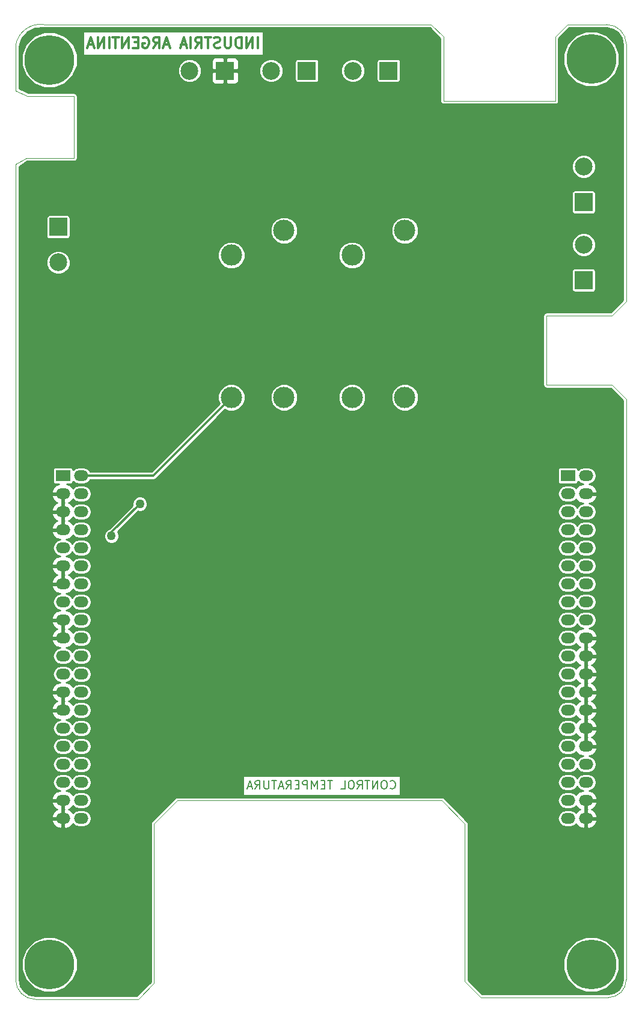
<source format=gbr>
G04 #@! TF.FileFunction,Copper,L2,Bot,Mixed*
%FSLAX46Y46*%
G04 Gerber Fmt 4.6, Leading zero omitted, Abs format (unit mm)*
G04 Created by KiCad (PCBNEW 4.0.7-e1-6374~58~ubuntu16.04.1) date Wed Aug  9 14:42:09 2017*
%MOMM*%
%LPD*%
G01*
G04 APERTURE LIST*
%ADD10C,0.100000*%
%ADD11C,0.200000*%
%ADD12C,0.300000*%
%ADD13R,2.500000X2.500000*%
%ADD14C,2.500000*%
%ADD15R,2.000000X1.524000*%
%ADD16O,2.000000X1.524000*%
%ADD17C,7.000000*%
%ADD18C,2.999740*%
%ADD19C,1.270000*%
%ADD20C,1.000000*%
%ADD21C,0.254000*%
G04 APERTURE END LIST*
D10*
D11*
X130757143Y-140028571D02*
X130814286Y-140085714D01*
X130985715Y-140142857D01*
X131100001Y-140142857D01*
X131271429Y-140085714D01*
X131385715Y-139971429D01*
X131442858Y-139857143D01*
X131500001Y-139628571D01*
X131500001Y-139457143D01*
X131442858Y-139228571D01*
X131385715Y-139114286D01*
X131271429Y-139000000D01*
X131100001Y-138942857D01*
X130985715Y-138942857D01*
X130814286Y-139000000D01*
X130757143Y-139057143D01*
X130014286Y-138942857D02*
X129785715Y-138942857D01*
X129671429Y-139000000D01*
X129557143Y-139114286D01*
X129500001Y-139342857D01*
X129500001Y-139742857D01*
X129557143Y-139971429D01*
X129671429Y-140085714D01*
X129785715Y-140142857D01*
X130014286Y-140142857D01*
X130128572Y-140085714D01*
X130242858Y-139971429D01*
X130300001Y-139742857D01*
X130300001Y-139342857D01*
X130242858Y-139114286D01*
X130128572Y-139000000D01*
X130014286Y-138942857D01*
X128985715Y-140142857D02*
X128985715Y-138942857D01*
X128300000Y-140142857D01*
X128300000Y-138942857D01*
X127900000Y-138942857D02*
X127214286Y-138942857D01*
X127557143Y-140142857D02*
X127557143Y-138942857D01*
X126128571Y-140142857D02*
X126528571Y-139571429D01*
X126814286Y-140142857D02*
X126814286Y-138942857D01*
X126357143Y-138942857D01*
X126242857Y-139000000D01*
X126185714Y-139057143D01*
X126128571Y-139171429D01*
X126128571Y-139342857D01*
X126185714Y-139457143D01*
X126242857Y-139514286D01*
X126357143Y-139571429D01*
X126814286Y-139571429D01*
X125385714Y-138942857D02*
X125157143Y-138942857D01*
X125042857Y-139000000D01*
X124928571Y-139114286D01*
X124871429Y-139342857D01*
X124871429Y-139742857D01*
X124928571Y-139971429D01*
X125042857Y-140085714D01*
X125157143Y-140142857D01*
X125385714Y-140142857D01*
X125500000Y-140085714D01*
X125614286Y-139971429D01*
X125671429Y-139742857D01*
X125671429Y-139342857D01*
X125614286Y-139114286D01*
X125500000Y-139000000D01*
X125385714Y-138942857D01*
X123785714Y-140142857D02*
X124357143Y-140142857D01*
X124357143Y-138942857D01*
X122642856Y-138942857D02*
X121957142Y-138942857D01*
X122299999Y-140142857D02*
X122299999Y-138942857D01*
X121557142Y-139514286D02*
X121157142Y-139514286D01*
X120985713Y-140142857D02*
X121557142Y-140142857D01*
X121557142Y-138942857D01*
X120985713Y-138942857D01*
X120471428Y-140142857D02*
X120471428Y-138942857D01*
X120071428Y-139800000D01*
X119671428Y-138942857D01*
X119671428Y-140142857D01*
X119099999Y-140142857D02*
X119099999Y-138942857D01*
X118642856Y-138942857D01*
X118528570Y-139000000D01*
X118471427Y-139057143D01*
X118414284Y-139171429D01*
X118414284Y-139342857D01*
X118471427Y-139457143D01*
X118528570Y-139514286D01*
X118642856Y-139571429D01*
X119099999Y-139571429D01*
X117899999Y-139514286D02*
X117499999Y-139514286D01*
X117328570Y-140142857D02*
X117899999Y-140142857D01*
X117899999Y-138942857D01*
X117328570Y-138942857D01*
X116128570Y-140142857D02*
X116528570Y-139571429D01*
X116814285Y-140142857D02*
X116814285Y-138942857D01*
X116357142Y-138942857D01*
X116242856Y-139000000D01*
X116185713Y-139057143D01*
X116128570Y-139171429D01*
X116128570Y-139342857D01*
X116185713Y-139457143D01*
X116242856Y-139514286D01*
X116357142Y-139571429D01*
X116814285Y-139571429D01*
X115671428Y-139800000D02*
X115099999Y-139800000D01*
X115785713Y-140142857D02*
X115385713Y-138942857D01*
X114985713Y-140142857D01*
X114757142Y-138942857D02*
X114071428Y-138942857D01*
X114414285Y-140142857D02*
X114414285Y-138942857D01*
X113671428Y-138942857D02*
X113671428Y-139914286D01*
X113614285Y-140028571D01*
X113557142Y-140085714D01*
X113442856Y-140142857D01*
X113214285Y-140142857D01*
X113099999Y-140085714D01*
X113042856Y-140028571D01*
X112985713Y-139914286D01*
X112985713Y-138942857D01*
X111728570Y-140142857D02*
X112128570Y-139571429D01*
X112414285Y-140142857D02*
X112414285Y-138942857D01*
X111957142Y-138942857D01*
X111842856Y-139000000D01*
X111785713Y-139057143D01*
X111728570Y-139171429D01*
X111728570Y-139342857D01*
X111785713Y-139457143D01*
X111842856Y-139514286D01*
X111957142Y-139571429D01*
X112414285Y-139571429D01*
X111271428Y-139800000D02*
X110699999Y-139800000D01*
X111385713Y-140142857D02*
X110985713Y-138942857D01*
X110585713Y-140142857D01*
D12*
X112092857Y-35778571D02*
X112092857Y-34278571D01*
X111378571Y-35778571D02*
X111378571Y-34278571D01*
X110521428Y-35778571D01*
X110521428Y-34278571D01*
X109807142Y-35778571D02*
X109807142Y-34278571D01*
X109449999Y-34278571D01*
X109235714Y-34350000D01*
X109092856Y-34492857D01*
X109021428Y-34635714D01*
X108949999Y-34921429D01*
X108949999Y-35135714D01*
X109021428Y-35421429D01*
X109092856Y-35564286D01*
X109235714Y-35707143D01*
X109449999Y-35778571D01*
X109807142Y-35778571D01*
X108307142Y-34278571D02*
X108307142Y-35492857D01*
X108235714Y-35635714D01*
X108164285Y-35707143D01*
X108021428Y-35778571D01*
X107735714Y-35778571D01*
X107592856Y-35707143D01*
X107521428Y-35635714D01*
X107449999Y-35492857D01*
X107449999Y-34278571D01*
X106807142Y-35707143D02*
X106592856Y-35778571D01*
X106235713Y-35778571D01*
X106092856Y-35707143D01*
X106021427Y-35635714D01*
X105949999Y-35492857D01*
X105949999Y-35350000D01*
X106021427Y-35207143D01*
X106092856Y-35135714D01*
X106235713Y-35064286D01*
X106521427Y-34992857D01*
X106664285Y-34921429D01*
X106735713Y-34850000D01*
X106807142Y-34707143D01*
X106807142Y-34564286D01*
X106735713Y-34421429D01*
X106664285Y-34350000D01*
X106521427Y-34278571D01*
X106164285Y-34278571D01*
X105949999Y-34350000D01*
X105521428Y-34278571D02*
X104664285Y-34278571D01*
X105092856Y-35778571D02*
X105092856Y-34278571D01*
X103307142Y-35778571D02*
X103807142Y-35064286D01*
X104164285Y-35778571D02*
X104164285Y-34278571D01*
X103592857Y-34278571D01*
X103449999Y-34350000D01*
X103378571Y-34421429D01*
X103307142Y-34564286D01*
X103307142Y-34778571D01*
X103378571Y-34921429D01*
X103449999Y-34992857D01*
X103592857Y-35064286D01*
X104164285Y-35064286D01*
X102664285Y-35778571D02*
X102664285Y-34278571D01*
X102021428Y-35350000D02*
X101307142Y-35350000D01*
X102164285Y-35778571D02*
X101664285Y-34278571D01*
X101164285Y-35778571D01*
X99592857Y-35350000D02*
X98878571Y-35350000D01*
X99735714Y-35778571D02*
X99235714Y-34278571D01*
X98735714Y-35778571D01*
X97378571Y-35778571D02*
X97878571Y-35064286D01*
X98235714Y-35778571D02*
X98235714Y-34278571D01*
X97664286Y-34278571D01*
X97521428Y-34350000D01*
X97450000Y-34421429D01*
X97378571Y-34564286D01*
X97378571Y-34778571D01*
X97450000Y-34921429D01*
X97521428Y-34992857D01*
X97664286Y-35064286D01*
X98235714Y-35064286D01*
X95950000Y-34350000D02*
X96092857Y-34278571D01*
X96307143Y-34278571D01*
X96521428Y-34350000D01*
X96664286Y-34492857D01*
X96735714Y-34635714D01*
X96807143Y-34921429D01*
X96807143Y-35135714D01*
X96735714Y-35421429D01*
X96664286Y-35564286D01*
X96521428Y-35707143D01*
X96307143Y-35778571D01*
X96164286Y-35778571D01*
X95950000Y-35707143D01*
X95878571Y-35635714D01*
X95878571Y-35135714D01*
X96164286Y-35135714D01*
X95235714Y-34992857D02*
X94735714Y-34992857D01*
X94521428Y-35778571D02*
X95235714Y-35778571D01*
X95235714Y-34278571D01*
X94521428Y-34278571D01*
X93878571Y-35778571D02*
X93878571Y-34278571D01*
X93021428Y-35778571D01*
X93021428Y-34278571D01*
X92521428Y-34278571D02*
X91664285Y-34278571D01*
X92092856Y-35778571D02*
X92092856Y-34278571D01*
X91164285Y-35778571D02*
X91164285Y-34278571D01*
X90449999Y-35778571D02*
X90449999Y-34278571D01*
X89592856Y-35778571D01*
X89592856Y-34278571D01*
X88949999Y-35350000D02*
X88235713Y-35350000D01*
X89092856Y-35778571D02*
X88592856Y-34278571D01*
X88092856Y-35778571D01*
D10*
X86200000Y-51300000D02*
X86200000Y-42600000D01*
X78000000Y-52200000D02*
X79500000Y-51300000D01*
X79700000Y-42600000D02*
X78000000Y-41800000D01*
X164000000Y-35250000D02*
G75*
G03X161250000Y-32500000I-2750000J0D01*
G01*
X84000000Y-32500000D02*
X136500000Y-32500000D01*
X82000000Y-32500000D02*
X84000000Y-32500000D01*
X81999999Y-32500000D02*
G75*
G03X78000000Y-35500000I-499999J-3500000D01*
G01*
X78000000Y-41800000D02*
X78000000Y-35500000D01*
X79500000Y-51300000D02*
X86200000Y-51300000D01*
X78000000Y-167000000D02*
X78000000Y-52200000D01*
X78000000Y-167000000D02*
G75*
G03X80750000Y-169750000I2750000J0D01*
G01*
X97500000Y-167500000D02*
X95250000Y-169750000D01*
X161500000Y-169500000D02*
G75*
G03X164000000Y-167000000I0J2500000D01*
G01*
X138000000Y-141750000D02*
X100750000Y-141750000D01*
X141250000Y-145000000D02*
X138000000Y-141750000D01*
X141250000Y-167250000D02*
X141250000Y-145000000D01*
X95250000Y-169750000D02*
X80750000Y-169750000D01*
X97500000Y-145000000D02*
X97500000Y-167500000D01*
X100750000Y-141750000D02*
X97500000Y-145000000D01*
X143500000Y-169500000D02*
X141250000Y-167250000D01*
X161500000Y-169500000D02*
X143500000Y-169500000D01*
X164000000Y-85250000D02*
X164000000Y-167000000D01*
X162000000Y-83250000D02*
X164000000Y-85250000D01*
X152750000Y-83250000D02*
X162000000Y-83250000D01*
X152750000Y-73500000D02*
X152750000Y-83250000D01*
X162000000Y-73500000D02*
X152750000Y-73500000D01*
X164000000Y-71500000D02*
X162000000Y-73500000D01*
X164000000Y-35250000D02*
X164000000Y-71500000D01*
X155750000Y-32500000D02*
X161250000Y-32500000D01*
X155500000Y-32750000D02*
X155750000Y-32500000D01*
X154000000Y-34250000D02*
X155500000Y-32750000D01*
X154000000Y-35250000D02*
X154000000Y-34250000D01*
X154000000Y-43250000D02*
X154000000Y-35250000D01*
X138250000Y-43250000D02*
X154000000Y-43250000D01*
X138250000Y-34250000D02*
X138250000Y-43250000D01*
X136500000Y-32500000D02*
X138250000Y-34250000D01*
X86200000Y-42600000D02*
X79700000Y-42600000D01*
D13*
X158000000Y-57500000D03*
D14*
X158000000Y-52500000D03*
D15*
X155780000Y-96020000D03*
D16*
X158320000Y-96020000D03*
X155780000Y-108720000D03*
X158320000Y-98560000D03*
X155780000Y-111260000D03*
X158320000Y-101100000D03*
X155780000Y-113800000D03*
X158320000Y-103640000D03*
X155780000Y-116340000D03*
X158320000Y-106180000D03*
X155780000Y-118880000D03*
X158320000Y-108720000D03*
X155780000Y-121420000D03*
X158320000Y-111260000D03*
X155780000Y-123960000D03*
X158320000Y-113800000D03*
X155780000Y-126500000D03*
X158320000Y-116340000D03*
X155780000Y-129040000D03*
X158320000Y-118880000D03*
X155780000Y-131580000D03*
X158320000Y-121420000D03*
X155780000Y-134120000D03*
X158320000Y-123960000D03*
X158320000Y-126500000D03*
X155780000Y-136660000D03*
X158320000Y-129040000D03*
X158320000Y-134120000D03*
X158320000Y-136660000D03*
X158320000Y-139200000D03*
X158320000Y-141740000D03*
X155780000Y-139200000D03*
X155780000Y-141740000D03*
X155780000Y-98560000D03*
X155780000Y-101100000D03*
X155780000Y-103640000D03*
X155780000Y-106180000D03*
X155780000Y-144280000D03*
X158320000Y-144280000D03*
X158320000Y-131580000D03*
D15*
X84660000Y-96020000D03*
D16*
X87200000Y-96020000D03*
X84660000Y-98560000D03*
X87200000Y-98560000D03*
X84660000Y-101100000D03*
X87200000Y-101100000D03*
X84660000Y-103640000D03*
X87200000Y-103640000D03*
X84660000Y-106180000D03*
X87200000Y-106180000D03*
X84660000Y-108720000D03*
X87200000Y-108720000D03*
X84660000Y-111260000D03*
X87200000Y-111260000D03*
X84660000Y-113800000D03*
X87200000Y-113800000D03*
X84660000Y-116340000D03*
X87200000Y-116340000D03*
X84660000Y-118880000D03*
X87200000Y-118880000D03*
X84660000Y-121420000D03*
X87200000Y-121420000D03*
X84660000Y-123960000D03*
X87200000Y-123960000D03*
X84660000Y-126500000D03*
X87200000Y-126500000D03*
X84660000Y-129040000D03*
X87200000Y-129040000D03*
X84660000Y-131580000D03*
X87200000Y-131580000D03*
X84660000Y-134120000D03*
X87200000Y-134120000D03*
X84660000Y-136660000D03*
X87200000Y-136660000D03*
X84660000Y-139200000D03*
X87200000Y-139200000D03*
X84660000Y-141740000D03*
X87200000Y-141740000D03*
X84660000Y-144280000D03*
X87200000Y-144280000D03*
D17*
X82755000Y-164854000D03*
X159082000Y-164854000D03*
X82755000Y-37473000D03*
X159082000Y-37346000D03*
D18*
X125380000Y-85000000D03*
X132800000Y-85000000D03*
X125380000Y-64980000D03*
X132800000Y-61500000D03*
X108380000Y-85000000D03*
X115800000Y-85000000D03*
X108380000Y-64980000D03*
X115800000Y-61500000D03*
D13*
X84000000Y-61000000D03*
D14*
X84000000Y-66000000D03*
D13*
X158000000Y-68500000D03*
D14*
X158000000Y-63500000D03*
D13*
X107500000Y-39000000D03*
D14*
X102500000Y-39000000D03*
D13*
X119000000Y-39000000D03*
D14*
X114000000Y-39000000D03*
D13*
X130500000Y-39000000D03*
D14*
X125500000Y-39000000D03*
D19*
X94200000Y-66700000D03*
X91500000Y-104500000D03*
X95500000Y-100000000D03*
D20*
X125380000Y-39120000D02*
X125500000Y-39000000D01*
D12*
X91500000Y-104000000D02*
X91500000Y-104500000D01*
X95500000Y-100000000D02*
X91500000Y-104000000D01*
X87220000Y-96000000D02*
X97380000Y-96000000D01*
X97380000Y-96000000D02*
X108380000Y-85000000D01*
D21*
G36*
X137773000Y-34447580D02*
X137773000Y-43250000D01*
X137809309Y-43432540D01*
X137912710Y-43587290D01*
X138067460Y-43690691D01*
X138250000Y-43727000D01*
X154000000Y-43727000D01*
X154182540Y-43690691D01*
X154337290Y-43587290D01*
X154440691Y-43432540D01*
X154477000Y-43250000D01*
X154477000Y-38123702D01*
X155154320Y-38123702D01*
X155750911Y-39567560D01*
X156854629Y-40673207D01*
X158297445Y-41272316D01*
X159859702Y-41273680D01*
X161303560Y-40677089D01*
X162409207Y-39573371D01*
X163008316Y-38130555D01*
X163009680Y-36568298D01*
X162413089Y-35124440D01*
X161309371Y-34018793D01*
X159866555Y-33419684D01*
X158304298Y-33418320D01*
X156860440Y-34014911D01*
X155754793Y-35118629D01*
X155155684Y-36561445D01*
X155154320Y-38123702D01*
X154477000Y-38123702D01*
X154477000Y-34447580D01*
X155947580Y-32977000D01*
X161203018Y-32977000D01*
X162116264Y-33158656D01*
X162850646Y-33649354D01*
X163341344Y-34383735D01*
X163523000Y-35296982D01*
X163523000Y-71302420D01*
X161802420Y-73023000D01*
X152750000Y-73023000D01*
X152567460Y-73059309D01*
X152412710Y-73162710D01*
X152309309Y-73317460D01*
X152273000Y-73500000D01*
X152273000Y-83250000D01*
X152309309Y-83432540D01*
X152412710Y-83587290D01*
X152567460Y-83690691D01*
X152750000Y-83727000D01*
X161802420Y-83727000D01*
X163523000Y-85447580D01*
X163523000Y-166953018D01*
X163360374Y-167770594D01*
X162923869Y-168423869D01*
X162270594Y-168860374D01*
X161453018Y-169023000D01*
X143697580Y-169023000D01*
X141727000Y-167052420D01*
X141727000Y-165631702D01*
X155154320Y-165631702D01*
X155750911Y-167075560D01*
X156854629Y-168181207D01*
X158297445Y-168780316D01*
X159859702Y-168781680D01*
X161303560Y-168185089D01*
X162409207Y-167081371D01*
X163008316Y-165638555D01*
X163009680Y-164076298D01*
X162413089Y-162632440D01*
X161309371Y-161526793D01*
X159866555Y-160927684D01*
X158304298Y-160926320D01*
X156860440Y-161522911D01*
X155754793Y-162626629D01*
X155155684Y-164069445D01*
X155154320Y-165631702D01*
X141727000Y-165631702D01*
X141727000Y-145000000D01*
X141690691Y-144817460D01*
X141587290Y-144662710D01*
X138337290Y-141412710D01*
X138182540Y-141309309D01*
X138000000Y-141273000D01*
X100750000Y-141273000D01*
X100567460Y-141309309D01*
X100412710Y-141412710D01*
X97162710Y-144662710D01*
X97059309Y-144817460D01*
X97023000Y-145000000D01*
X97023000Y-167302420D01*
X95052420Y-169273000D01*
X80796982Y-169273000D01*
X79883735Y-169091344D01*
X79149354Y-168600646D01*
X78658656Y-167866264D01*
X78477000Y-166953018D01*
X78477000Y-165631702D01*
X78827320Y-165631702D01*
X79423911Y-167075560D01*
X80527629Y-168181207D01*
X81970445Y-168780316D01*
X83532702Y-168781680D01*
X84976560Y-168185089D01*
X86082207Y-167081371D01*
X86681316Y-165638555D01*
X86682680Y-164076298D01*
X86086089Y-162632440D01*
X84982371Y-161526793D01*
X83539555Y-160927684D01*
X81977298Y-160926320D01*
X80533440Y-161522911D01*
X79427793Y-162626629D01*
X78828684Y-164069445D01*
X78827320Y-165631702D01*
X78477000Y-165631702D01*
X78477000Y-144623070D01*
X83067780Y-144623070D01*
X83084623Y-144715230D01*
X83352980Y-145193892D01*
X83784086Y-145533422D01*
X84312308Y-145682130D01*
X84533000Y-145523277D01*
X84533000Y-144407000D01*
X83190280Y-144407000D01*
X83067780Y-144623070D01*
X78477000Y-144623070D01*
X78477000Y-142083070D01*
X83067780Y-142083070D01*
X83084623Y-142175230D01*
X83352980Y-142653892D01*
X83784086Y-142993422D01*
X83842972Y-143010000D01*
X83784086Y-143026578D01*
X83352980Y-143366108D01*
X83084623Y-143844770D01*
X83067780Y-143936930D01*
X83190280Y-144153000D01*
X84533000Y-144153000D01*
X84533000Y-143036723D01*
X84495874Y-143010000D01*
X84533000Y-142983277D01*
X84533000Y-141867000D01*
X83190280Y-141867000D01*
X83067780Y-142083070D01*
X78477000Y-142083070D01*
X78477000Y-141396930D01*
X83067780Y-141396930D01*
X83190280Y-141613000D01*
X84533000Y-141613000D01*
X84533000Y-141593000D01*
X84787000Y-141593000D01*
X84787000Y-141613000D01*
X84807000Y-141613000D01*
X84807000Y-141867000D01*
X84787000Y-141867000D01*
X84787000Y-142983277D01*
X84824126Y-143010000D01*
X84787000Y-143036723D01*
X84787000Y-144153000D01*
X84807000Y-144153000D01*
X84807000Y-144407000D01*
X84787000Y-144407000D01*
X84787000Y-145523277D01*
X85007692Y-145682130D01*
X85535914Y-145533422D01*
X85967020Y-145193892D01*
X86046929Y-145051361D01*
X86093293Y-145120750D01*
X86479032Y-145378493D01*
X86934043Y-145469000D01*
X87465957Y-145469000D01*
X87920968Y-145378493D01*
X88306707Y-145120750D01*
X88564450Y-144735011D01*
X88654957Y-144280000D01*
X88564450Y-143824989D01*
X88306707Y-143439250D01*
X87920968Y-143181507D01*
X87465957Y-143091000D01*
X86934043Y-143091000D01*
X86479032Y-143181507D01*
X86093293Y-143439250D01*
X86046929Y-143508639D01*
X85967020Y-143366108D01*
X85535914Y-143026578D01*
X85477028Y-143010000D01*
X85535914Y-142993422D01*
X85967020Y-142653892D01*
X86046929Y-142511361D01*
X86093293Y-142580750D01*
X86479032Y-142838493D01*
X86934043Y-142929000D01*
X87465957Y-142929000D01*
X87920968Y-142838493D01*
X88306707Y-142580750D01*
X88564450Y-142195011D01*
X88654957Y-141740000D01*
X88564450Y-141284989D01*
X88306707Y-140899250D01*
X87920968Y-140641507D01*
X87465957Y-140551000D01*
X86934043Y-140551000D01*
X86479032Y-140641507D01*
X86093293Y-140899250D01*
X86046929Y-140968639D01*
X85967020Y-140826108D01*
X85535914Y-140486578D01*
X85080276Y-140358304D01*
X85380968Y-140298493D01*
X85766707Y-140040750D01*
X85930000Y-139796365D01*
X86093293Y-140040750D01*
X86479032Y-140298493D01*
X86934043Y-140389000D01*
X87465957Y-140389000D01*
X87920968Y-140298493D01*
X88306707Y-140040750D01*
X88564450Y-139655011D01*
X88654957Y-139200000D01*
X88564450Y-138744989D01*
X88306707Y-138359250D01*
X88117761Y-138233000D01*
X110044428Y-138233000D01*
X110044428Y-141087000D01*
X132155572Y-141087000D01*
X132155572Y-139200000D01*
X154325043Y-139200000D01*
X154415550Y-139655011D01*
X154673293Y-140040750D01*
X155059032Y-140298493D01*
X155514043Y-140389000D01*
X156045957Y-140389000D01*
X156500968Y-140298493D01*
X156886707Y-140040750D01*
X157050000Y-139796365D01*
X157213293Y-140040750D01*
X157599032Y-140298493D01*
X157899724Y-140358304D01*
X157444086Y-140486578D01*
X157012980Y-140826108D01*
X156933071Y-140968639D01*
X156886707Y-140899250D01*
X156500968Y-140641507D01*
X156045957Y-140551000D01*
X155514043Y-140551000D01*
X155059032Y-140641507D01*
X154673293Y-140899250D01*
X154415550Y-141284989D01*
X154325043Y-141740000D01*
X154415550Y-142195011D01*
X154673293Y-142580750D01*
X155059032Y-142838493D01*
X155514043Y-142929000D01*
X156045957Y-142929000D01*
X156500968Y-142838493D01*
X156886707Y-142580750D01*
X156933071Y-142511361D01*
X157012980Y-142653892D01*
X157444086Y-142993422D01*
X157502972Y-143010000D01*
X157444086Y-143026578D01*
X157012980Y-143366108D01*
X156933071Y-143508639D01*
X156886707Y-143439250D01*
X156500968Y-143181507D01*
X156045957Y-143091000D01*
X155514043Y-143091000D01*
X155059032Y-143181507D01*
X154673293Y-143439250D01*
X154415550Y-143824989D01*
X154325043Y-144280000D01*
X154415550Y-144735011D01*
X154673293Y-145120750D01*
X155059032Y-145378493D01*
X155514043Y-145469000D01*
X156045957Y-145469000D01*
X156500968Y-145378493D01*
X156886707Y-145120750D01*
X156933071Y-145051361D01*
X157012980Y-145193892D01*
X157444086Y-145533422D01*
X157972308Y-145682130D01*
X158193000Y-145523277D01*
X158193000Y-144407000D01*
X158447000Y-144407000D01*
X158447000Y-145523277D01*
X158667692Y-145682130D01*
X159195914Y-145533422D01*
X159627020Y-145193892D01*
X159895377Y-144715230D01*
X159912220Y-144623070D01*
X159789720Y-144407000D01*
X158447000Y-144407000D01*
X158193000Y-144407000D01*
X158173000Y-144407000D01*
X158173000Y-144153000D01*
X158193000Y-144153000D01*
X158193000Y-143036723D01*
X158155874Y-143010000D01*
X158193000Y-142983277D01*
X158193000Y-141867000D01*
X158447000Y-141867000D01*
X158447000Y-142983277D01*
X158484126Y-143010000D01*
X158447000Y-143036723D01*
X158447000Y-144153000D01*
X159789720Y-144153000D01*
X159912220Y-143936930D01*
X159895377Y-143844770D01*
X159627020Y-143366108D01*
X159195914Y-143026578D01*
X159137028Y-143010000D01*
X159195914Y-142993422D01*
X159627020Y-142653892D01*
X159895377Y-142175230D01*
X159912220Y-142083070D01*
X159789720Y-141867000D01*
X158447000Y-141867000D01*
X158193000Y-141867000D01*
X158173000Y-141867000D01*
X158173000Y-141613000D01*
X158193000Y-141613000D01*
X158193000Y-141593000D01*
X158447000Y-141593000D01*
X158447000Y-141613000D01*
X159789720Y-141613000D01*
X159912220Y-141396930D01*
X159895377Y-141304770D01*
X159627020Y-140826108D01*
X159195914Y-140486578D01*
X158740276Y-140358304D01*
X159040968Y-140298493D01*
X159426707Y-140040750D01*
X159684450Y-139655011D01*
X159774957Y-139200000D01*
X159684450Y-138744989D01*
X159426707Y-138359250D01*
X159040968Y-138101507D01*
X158585957Y-138011000D01*
X158054043Y-138011000D01*
X157599032Y-138101507D01*
X157213293Y-138359250D01*
X157050000Y-138603635D01*
X156886707Y-138359250D01*
X156500968Y-138101507D01*
X156045957Y-138011000D01*
X155514043Y-138011000D01*
X155059032Y-138101507D01*
X154673293Y-138359250D01*
X154415550Y-138744989D01*
X154325043Y-139200000D01*
X132155572Y-139200000D01*
X132155572Y-138233000D01*
X110044428Y-138233000D01*
X88117761Y-138233000D01*
X87920968Y-138101507D01*
X87465957Y-138011000D01*
X86934043Y-138011000D01*
X86479032Y-138101507D01*
X86093293Y-138359250D01*
X85930000Y-138603635D01*
X85766707Y-138359250D01*
X85380968Y-138101507D01*
X84925957Y-138011000D01*
X84394043Y-138011000D01*
X83939032Y-138101507D01*
X83553293Y-138359250D01*
X83295550Y-138744989D01*
X83205043Y-139200000D01*
X83295550Y-139655011D01*
X83553293Y-140040750D01*
X83939032Y-140298493D01*
X84239724Y-140358304D01*
X83784086Y-140486578D01*
X83352980Y-140826108D01*
X83084623Y-141304770D01*
X83067780Y-141396930D01*
X78477000Y-141396930D01*
X78477000Y-136660000D01*
X83205043Y-136660000D01*
X83295550Y-137115011D01*
X83553293Y-137500750D01*
X83939032Y-137758493D01*
X84394043Y-137849000D01*
X84925957Y-137849000D01*
X85380968Y-137758493D01*
X85766707Y-137500750D01*
X85930000Y-137256365D01*
X86093293Y-137500750D01*
X86479032Y-137758493D01*
X86934043Y-137849000D01*
X87465957Y-137849000D01*
X87920968Y-137758493D01*
X88306707Y-137500750D01*
X88564450Y-137115011D01*
X88654957Y-136660000D01*
X88564450Y-136204989D01*
X88306707Y-135819250D01*
X87920968Y-135561507D01*
X87465957Y-135471000D01*
X86934043Y-135471000D01*
X86479032Y-135561507D01*
X86093293Y-135819250D01*
X85930000Y-136063635D01*
X85766707Y-135819250D01*
X85380968Y-135561507D01*
X84925957Y-135471000D01*
X84394043Y-135471000D01*
X83939032Y-135561507D01*
X83553293Y-135819250D01*
X83295550Y-136204989D01*
X83205043Y-136660000D01*
X78477000Y-136660000D01*
X78477000Y-134120000D01*
X83205043Y-134120000D01*
X83295550Y-134575011D01*
X83553293Y-134960750D01*
X83939032Y-135218493D01*
X84394043Y-135309000D01*
X84925957Y-135309000D01*
X85380968Y-135218493D01*
X85766707Y-134960750D01*
X85930000Y-134716365D01*
X86093293Y-134960750D01*
X86479032Y-135218493D01*
X86934043Y-135309000D01*
X87465957Y-135309000D01*
X87920968Y-135218493D01*
X88306707Y-134960750D01*
X88564450Y-134575011D01*
X88654957Y-134120000D01*
X88564450Y-133664989D01*
X88306707Y-133279250D01*
X87920968Y-133021507D01*
X87465957Y-132931000D01*
X86934043Y-132931000D01*
X86479032Y-133021507D01*
X86093293Y-133279250D01*
X85930000Y-133523635D01*
X85766707Y-133279250D01*
X85380968Y-133021507D01*
X84925957Y-132931000D01*
X84394043Y-132931000D01*
X83939032Y-133021507D01*
X83553293Y-133279250D01*
X83295550Y-133664989D01*
X83205043Y-134120000D01*
X78477000Y-134120000D01*
X78477000Y-126843070D01*
X83067780Y-126843070D01*
X83084623Y-126935230D01*
X83352980Y-127413892D01*
X83784086Y-127753422D01*
X83842972Y-127770000D01*
X83784086Y-127786578D01*
X83352980Y-128126108D01*
X83084623Y-128604770D01*
X83067780Y-128696930D01*
X83190280Y-128913000D01*
X84533000Y-128913000D01*
X84533000Y-127796723D01*
X84495874Y-127770000D01*
X84533000Y-127743277D01*
X84533000Y-126627000D01*
X83190280Y-126627000D01*
X83067780Y-126843070D01*
X78477000Y-126843070D01*
X78477000Y-126156930D01*
X83067780Y-126156930D01*
X83190280Y-126373000D01*
X84533000Y-126373000D01*
X84533000Y-126353000D01*
X84787000Y-126353000D01*
X84787000Y-126373000D01*
X84807000Y-126373000D01*
X84807000Y-126627000D01*
X84787000Y-126627000D01*
X84787000Y-127743277D01*
X84824126Y-127770000D01*
X84787000Y-127796723D01*
X84787000Y-128913000D01*
X84807000Y-128913000D01*
X84807000Y-129167000D01*
X84787000Y-129167000D01*
X84787000Y-129187000D01*
X84533000Y-129187000D01*
X84533000Y-129167000D01*
X83190280Y-129167000D01*
X83067780Y-129383070D01*
X83084623Y-129475230D01*
X83352980Y-129953892D01*
X83784086Y-130293422D01*
X84239724Y-130421696D01*
X83939032Y-130481507D01*
X83553293Y-130739250D01*
X83295550Y-131124989D01*
X83205043Y-131580000D01*
X83295550Y-132035011D01*
X83553293Y-132420750D01*
X83939032Y-132678493D01*
X84394043Y-132769000D01*
X84925957Y-132769000D01*
X85380968Y-132678493D01*
X85766707Y-132420750D01*
X85930000Y-132176365D01*
X86093293Y-132420750D01*
X86479032Y-132678493D01*
X86934043Y-132769000D01*
X87465957Y-132769000D01*
X87920968Y-132678493D01*
X88306707Y-132420750D01*
X88564450Y-132035011D01*
X88654957Y-131580000D01*
X88564450Y-131124989D01*
X88306707Y-130739250D01*
X87920968Y-130481507D01*
X87465957Y-130391000D01*
X86934043Y-130391000D01*
X86479032Y-130481507D01*
X86093293Y-130739250D01*
X85930000Y-130983635D01*
X85766707Y-130739250D01*
X85380968Y-130481507D01*
X85080276Y-130421696D01*
X85535914Y-130293422D01*
X85967020Y-129953892D01*
X86046929Y-129811361D01*
X86093293Y-129880750D01*
X86479032Y-130138493D01*
X86934043Y-130229000D01*
X87465957Y-130229000D01*
X87920968Y-130138493D01*
X88306707Y-129880750D01*
X88564450Y-129495011D01*
X88654957Y-129040000D01*
X88564450Y-128584989D01*
X88306707Y-128199250D01*
X87920968Y-127941507D01*
X87465957Y-127851000D01*
X86934043Y-127851000D01*
X86479032Y-127941507D01*
X86093293Y-128199250D01*
X86046929Y-128268639D01*
X85967020Y-128126108D01*
X85535914Y-127786578D01*
X85477028Y-127770000D01*
X85535914Y-127753422D01*
X85967020Y-127413892D01*
X86046929Y-127271361D01*
X86093293Y-127340750D01*
X86479032Y-127598493D01*
X86934043Y-127689000D01*
X87465957Y-127689000D01*
X87920968Y-127598493D01*
X88306707Y-127340750D01*
X88564450Y-126955011D01*
X88654957Y-126500000D01*
X88564450Y-126044989D01*
X88306707Y-125659250D01*
X87920968Y-125401507D01*
X87465957Y-125311000D01*
X86934043Y-125311000D01*
X86479032Y-125401507D01*
X86093293Y-125659250D01*
X86046929Y-125728639D01*
X85967020Y-125586108D01*
X85535914Y-125246578D01*
X85080276Y-125118304D01*
X85380968Y-125058493D01*
X85766707Y-124800750D01*
X85930000Y-124556365D01*
X86093293Y-124800750D01*
X86479032Y-125058493D01*
X86934043Y-125149000D01*
X87465957Y-125149000D01*
X87920968Y-125058493D01*
X88306707Y-124800750D01*
X88564450Y-124415011D01*
X88654957Y-123960000D01*
X88564450Y-123504989D01*
X88306707Y-123119250D01*
X87920968Y-122861507D01*
X87465957Y-122771000D01*
X86934043Y-122771000D01*
X86479032Y-122861507D01*
X86093293Y-123119250D01*
X85930000Y-123363635D01*
X85766707Y-123119250D01*
X85380968Y-122861507D01*
X84925957Y-122771000D01*
X84394043Y-122771000D01*
X83939032Y-122861507D01*
X83553293Y-123119250D01*
X83295550Y-123504989D01*
X83205043Y-123960000D01*
X83295550Y-124415011D01*
X83553293Y-124800750D01*
X83939032Y-125058493D01*
X84239724Y-125118304D01*
X83784086Y-125246578D01*
X83352980Y-125586108D01*
X83084623Y-126064770D01*
X83067780Y-126156930D01*
X78477000Y-126156930D01*
X78477000Y-116683070D01*
X83067780Y-116683070D01*
X83084623Y-116775230D01*
X83352980Y-117253892D01*
X83784086Y-117593422D01*
X83842972Y-117610000D01*
X83784086Y-117626578D01*
X83352980Y-117966108D01*
X83084623Y-118444770D01*
X83067780Y-118536930D01*
X83190280Y-118753000D01*
X84533000Y-118753000D01*
X84533000Y-117636723D01*
X84495874Y-117610000D01*
X84533000Y-117583277D01*
X84533000Y-116467000D01*
X83190280Y-116467000D01*
X83067780Y-116683070D01*
X78477000Y-116683070D01*
X78477000Y-109063070D01*
X83067780Y-109063070D01*
X83084623Y-109155230D01*
X83352980Y-109633892D01*
X83784086Y-109973422D01*
X83842972Y-109990000D01*
X83784086Y-110006578D01*
X83352980Y-110346108D01*
X83084623Y-110824770D01*
X83067780Y-110916930D01*
X83190280Y-111133000D01*
X84533000Y-111133000D01*
X84533000Y-110016723D01*
X84495874Y-109990000D01*
X84533000Y-109963277D01*
X84533000Y-108847000D01*
X83190280Y-108847000D01*
X83067780Y-109063070D01*
X78477000Y-109063070D01*
X78477000Y-101443070D01*
X83067780Y-101443070D01*
X83084623Y-101535230D01*
X83352980Y-102013892D01*
X83784086Y-102353422D01*
X83842972Y-102370000D01*
X83784086Y-102386578D01*
X83352980Y-102726108D01*
X83084623Y-103204770D01*
X83067780Y-103296930D01*
X83190280Y-103513000D01*
X84533000Y-103513000D01*
X84533000Y-102396723D01*
X84495874Y-102370000D01*
X84533000Y-102343277D01*
X84533000Y-101227000D01*
X83190280Y-101227000D01*
X83067780Y-101443070D01*
X78477000Y-101443070D01*
X78477000Y-98903070D01*
X83067780Y-98903070D01*
X83084623Y-98995230D01*
X83352980Y-99473892D01*
X83784086Y-99813422D01*
X83842972Y-99830000D01*
X83784086Y-99846578D01*
X83352980Y-100186108D01*
X83084623Y-100664770D01*
X83067780Y-100756930D01*
X83190280Y-100973000D01*
X84533000Y-100973000D01*
X84533000Y-99856723D01*
X84495874Y-99830000D01*
X84533000Y-99803277D01*
X84533000Y-98687000D01*
X83190280Y-98687000D01*
X83067780Y-98903070D01*
X78477000Y-98903070D01*
X78477000Y-98216930D01*
X83067780Y-98216930D01*
X83190280Y-98433000D01*
X84533000Y-98433000D01*
X84533000Y-98413000D01*
X84787000Y-98413000D01*
X84787000Y-98433000D01*
X84807000Y-98433000D01*
X84807000Y-98687000D01*
X84787000Y-98687000D01*
X84787000Y-99803277D01*
X84824126Y-99830000D01*
X84787000Y-99856723D01*
X84787000Y-100973000D01*
X84807000Y-100973000D01*
X84807000Y-101227000D01*
X84787000Y-101227000D01*
X84787000Y-102343277D01*
X84824126Y-102370000D01*
X84787000Y-102396723D01*
X84787000Y-103513000D01*
X84807000Y-103513000D01*
X84807000Y-103767000D01*
X84787000Y-103767000D01*
X84787000Y-103787000D01*
X84533000Y-103787000D01*
X84533000Y-103767000D01*
X83190280Y-103767000D01*
X83067780Y-103983070D01*
X83084623Y-104075230D01*
X83352980Y-104553892D01*
X83784086Y-104893422D01*
X84239724Y-105021696D01*
X83939032Y-105081507D01*
X83553293Y-105339250D01*
X83295550Y-105724989D01*
X83205043Y-106180000D01*
X83295550Y-106635011D01*
X83553293Y-107020750D01*
X83939032Y-107278493D01*
X84239724Y-107338304D01*
X83784086Y-107466578D01*
X83352980Y-107806108D01*
X83084623Y-108284770D01*
X83067780Y-108376930D01*
X83190280Y-108593000D01*
X84533000Y-108593000D01*
X84533000Y-108573000D01*
X84787000Y-108573000D01*
X84787000Y-108593000D01*
X84807000Y-108593000D01*
X84807000Y-108847000D01*
X84787000Y-108847000D01*
X84787000Y-109963277D01*
X84824126Y-109990000D01*
X84787000Y-110016723D01*
X84787000Y-111133000D01*
X84807000Y-111133000D01*
X84807000Y-111387000D01*
X84787000Y-111387000D01*
X84787000Y-111407000D01*
X84533000Y-111407000D01*
X84533000Y-111387000D01*
X83190280Y-111387000D01*
X83067780Y-111603070D01*
X83084623Y-111695230D01*
X83352980Y-112173892D01*
X83784086Y-112513422D01*
X84239724Y-112641696D01*
X83939032Y-112701507D01*
X83553293Y-112959250D01*
X83295550Y-113344989D01*
X83205043Y-113800000D01*
X83295550Y-114255011D01*
X83553293Y-114640750D01*
X83939032Y-114898493D01*
X84239724Y-114958304D01*
X83784086Y-115086578D01*
X83352980Y-115426108D01*
X83084623Y-115904770D01*
X83067780Y-115996930D01*
X83190280Y-116213000D01*
X84533000Y-116213000D01*
X84533000Y-116193000D01*
X84787000Y-116193000D01*
X84787000Y-116213000D01*
X84807000Y-116213000D01*
X84807000Y-116467000D01*
X84787000Y-116467000D01*
X84787000Y-117583277D01*
X84824126Y-117610000D01*
X84787000Y-117636723D01*
X84787000Y-118753000D01*
X84807000Y-118753000D01*
X84807000Y-119007000D01*
X84787000Y-119007000D01*
X84787000Y-119027000D01*
X84533000Y-119027000D01*
X84533000Y-119007000D01*
X83190280Y-119007000D01*
X83067780Y-119223070D01*
X83084623Y-119315230D01*
X83352980Y-119793892D01*
X83784086Y-120133422D01*
X84239724Y-120261696D01*
X83939032Y-120321507D01*
X83553293Y-120579250D01*
X83295550Y-120964989D01*
X83205043Y-121420000D01*
X83295550Y-121875011D01*
X83553293Y-122260750D01*
X83939032Y-122518493D01*
X84394043Y-122609000D01*
X84925957Y-122609000D01*
X85380968Y-122518493D01*
X85766707Y-122260750D01*
X85930000Y-122016365D01*
X86093293Y-122260750D01*
X86479032Y-122518493D01*
X86934043Y-122609000D01*
X87465957Y-122609000D01*
X87920968Y-122518493D01*
X88306707Y-122260750D01*
X88564450Y-121875011D01*
X88654957Y-121420000D01*
X88564450Y-120964989D01*
X88306707Y-120579250D01*
X87920968Y-120321507D01*
X87465957Y-120231000D01*
X86934043Y-120231000D01*
X86479032Y-120321507D01*
X86093293Y-120579250D01*
X85930000Y-120823635D01*
X85766707Y-120579250D01*
X85380968Y-120321507D01*
X85080276Y-120261696D01*
X85535914Y-120133422D01*
X85967020Y-119793892D01*
X86046929Y-119651361D01*
X86093293Y-119720750D01*
X86479032Y-119978493D01*
X86934043Y-120069000D01*
X87465957Y-120069000D01*
X87920968Y-119978493D01*
X88306707Y-119720750D01*
X88564450Y-119335011D01*
X88654957Y-118880000D01*
X88564450Y-118424989D01*
X88306707Y-118039250D01*
X87920968Y-117781507D01*
X87465957Y-117691000D01*
X86934043Y-117691000D01*
X86479032Y-117781507D01*
X86093293Y-118039250D01*
X86046929Y-118108639D01*
X85967020Y-117966108D01*
X85535914Y-117626578D01*
X85477028Y-117610000D01*
X85535914Y-117593422D01*
X85967020Y-117253892D01*
X86046929Y-117111361D01*
X86093293Y-117180750D01*
X86479032Y-117438493D01*
X86934043Y-117529000D01*
X87465957Y-117529000D01*
X87920968Y-117438493D01*
X88306707Y-117180750D01*
X88564450Y-116795011D01*
X88654957Y-116340000D01*
X154325043Y-116340000D01*
X154415550Y-116795011D01*
X154673293Y-117180750D01*
X155059032Y-117438493D01*
X155514043Y-117529000D01*
X156045957Y-117529000D01*
X156500968Y-117438493D01*
X156886707Y-117180750D01*
X157050000Y-116936365D01*
X157213293Y-117180750D01*
X157599032Y-117438493D01*
X157899724Y-117498304D01*
X157444086Y-117626578D01*
X157012980Y-117966108D01*
X156933071Y-118108639D01*
X156886707Y-118039250D01*
X156500968Y-117781507D01*
X156045957Y-117691000D01*
X155514043Y-117691000D01*
X155059032Y-117781507D01*
X154673293Y-118039250D01*
X154415550Y-118424989D01*
X154325043Y-118880000D01*
X154415550Y-119335011D01*
X154673293Y-119720750D01*
X155059032Y-119978493D01*
X155514043Y-120069000D01*
X156045957Y-120069000D01*
X156500968Y-119978493D01*
X156886707Y-119720750D01*
X156933071Y-119651361D01*
X157012980Y-119793892D01*
X157444086Y-120133422D01*
X157502972Y-120150000D01*
X157444086Y-120166578D01*
X157012980Y-120506108D01*
X156933071Y-120648639D01*
X156886707Y-120579250D01*
X156500968Y-120321507D01*
X156045957Y-120231000D01*
X155514043Y-120231000D01*
X155059032Y-120321507D01*
X154673293Y-120579250D01*
X154415550Y-120964989D01*
X154325043Y-121420000D01*
X154415550Y-121875011D01*
X154673293Y-122260750D01*
X155059032Y-122518493D01*
X155514043Y-122609000D01*
X156045957Y-122609000D01*
X156500968Y-122518493D01*
X156886707Y-122260750D01*
X156933071Y-122191361D01*
X157012980Y-122333892D01*
X157444086Y-122673422D01*
X157502972Y-122690000D01*
X157444086Y-122706578D01*
X157012980Y-123046108D01*
X156933071Y-123188639D01*
X156886707Y-123119250D01*
X156500968Y-122861507D01*
X156045957Y-122771000D01*
X155514043Y-122771000D01*
X155059032Y-122861507D01*
X154673293Y-123119250D01*
X154415550Y-123504989D01*
X154325043Y-123960000D01*
X154415550Y-124415011D01*
X154673293Y-124800750D01*
X155059032Y-125058493D01*
X155514043Y-125149000D01*
X156045957Y-125149000D01*
X156500968Y-125058493D01*
X156886707Y-124800750D01*
X156933071Y-124731361D01*
X157012980Y-124873892D01*
X157444086Y-125213422D01*
X157502972Y-125230000D01*
X157444086Y-125246578D01*
X157012980Y-125586108D01*
X156933071Y-125728639D01*
X156886707Y-125659250D01*
X156500968Y-125401507D01*
X156045957Y-125311000D01*
X155514043Y-125311000D01*
X155059032Y-125401507D01*
X154673293Y-125659250D01*
X154415550Y-126044989D01*
X154325043Y-126500000D01*
X154415550Y-126955011D01*
X154673293Y-127340750D01*
X155059032Y-127598493D01*
X155514043Y-127689000D01*
X156045957Y-127689000D01*
X156500968Y-127598493D01*
X156886707Y-127340750D01*
X156933071Y-127271361D01*
X157012980Y-127413892D01*
X157444086Y-127753422D01*
X157502972Y-127770000D01*
X157444086Y-127786578D01*
X157012980Y-128126108D01*
X156933071Y-128268639D01*
X156886707Y-128199250D01*
X156500968Y-127941507D01*
X156045957Y-127851000D01*
X155514043Y-127851000D01*
X155059032Y-127941507D01*
X154673293Y-128199250D01*
X154415550Y-128584989D01*
X154325043Y-129040000D01*
X154415550Y-129495011D01*
X154673293Y-129880750D01*
X155059032Y-130138493D01*
X155514043Y-130229000D01*
X156045957Y-130229000D01*
X156500968Y-130138493D01*
X156886707Y-129880750D01*
X156933071Y-129811361D01*
X157012980Y-129953892D01*
X157444086Y-130293422D01*
X157502972Y-130310000D01*
X157444086Y-130326578D01*
X157012980Y-130666108D01*
X156933071Y-130808639D01*
X156886707Y-130739250D01*
X156500968Y-130481507D01*
X156045957Y-130391000D01*
X155514043Y-130391000D01*
X155059032Y-130481507D01*
X154673293Y-130739250D01*
X154415550Y-131124989D01*
X154325043Y-131580000D01*
X154415550Y-132035011D01*
X154673293Y-132420750D01*
X155059032Y-132678493D01*
X155514043Y-132769000D01*
X156045957Y-132769000D01*
X156500968Y-132678493D01*
X156886707Y-132420750D01*
X156933071Y-132351361D01*
X157012980Y-132493892D01*
X157444086Y-132833422D01*
X157502972Y-132850000D01*
X157444086Y-132866578D01*
X157012980Y-133206108D01*
X156933071Y-133348639D01*
X156886707Y-133279250D01*
X156500968Y-133021507D01*
X156045957Y-132931000D01*
X155514043Y-132931000D01*
X155059032Y-133021507D01*
X154673293Y-133279250D01*
X154415550Y-133664989D01*
X154325043Y-134120000D01*
X154415550Y-134575011D01*
X154673293Y-134960750D01*
X155059032Y-135218493D01*
X155514043Y-135309000D01*
X156045957Y-135309000D01*
X156500968Y-135218493D01*
X156886707Y-134960750D01*
X156933071Y-134891361D01*
X157012980Y-135033892D01*
X157444086Y-135373422D01*
X157899724Y-135501696D01*
X157599032Y-135561507D01*
X157213293Y-135819250D01*
X157050000Y-136063635D01*
X156886707Y-135819250D01*
X156500968Y-135561507D01*
X156045957Y-135471000D01*
X155514043Y-135471000D01*
X155059032Y-135561507D01*
X154673293Y-135819250D01*
X154415550Y-136204989D01*
X154325043Y-136660000D01*
X154415550Y-137115011D01*
X154673293Y-137500750D01*
X155059032Y-137758493D01*
X155514043Y-137849000D01*
X156045957Y-137849000D01*
X156500968Y-137758493D01*
X156886707Y-137500750D01*
X157050000Y-137256365D01*
X157213293Y-137500750D01*
X157599032Y-137758493D01*
X158054043Y-137849000D01*
X158585957Y-137849000D01*
X159040968Y-137758493D01*
X159426707Y-137500750D01*
X159684450Y-137115011D01*
X159774957Y-136660000D01*
X159684450Y-136204989D01*
X159426707Y-135819250D01*
X159040968Y-135561507D01*
X158740276Y-135501696D01*
X159195914Y-135373422D01*
X159627020Y-135033892D01*
X159895377Y-134555230D01*
X159912220Y-134463070D01*
X159789720Y-134247000D01*
X158447000Y-134247000D01*
X158447000Y-134267000D01*
X158193000Y-134267000D01*
X158193000Y-134247000D01*
X158173000Y-134247000D01*
X158173000Y-133993000D01*
X158193000Y-133993000D01*
X158193000Y-132876723D01*
X158155874Y-132850000D01*
X158193000Y-132823277D01*
X158193000Y-131707000D01*
X158447000Y-131707000D01*
X158447000Y-132823277D01*
X158484126Y-132850000D01*
X158447000Y-132876723D01*
X158447000Y-133993000D01*
X159789720Y-133993000D01*
X159912220Y-133776930D01*
X159895377Y-133684770D01*
X159627020Y-133206108D01*
X159195914Y-132866578D01*
X159137028Y-132850000D01*
X159195914Y-132833422D01*
X159627020Y-132493892D01*
X159895377Y-132015230D01*
X159912220Y-131923070D01*
X159789720Y-131707000D01*
X158447000Y-131707000D01*
X158193000Y-131707000D01*
X158173000Y-131707000D01*
X158173000Y-131453000D01*
X158193000Y-131453000D01*
X158193000Y-130336723D01*
X158155874Y-130310000D01*
X158193000Y-130283277D01*
X158193000Y-129167000D01*
X158447000Y-129167000D01*
X158447000Y-130283277D01*
X158484126Y-130310000D01*
X158447000Y-130336723D01*
X158447000Y-131453000D01*
X159789720Y-131453000D01*
X159912220Y-131236930D01*
X159895377Y-131144770D01*
X159627020Y-130666108D01*
X159195914Y-130326578D01*
X159137028Y-130310000D01*
X159195914Y-130293422D01*
X159627020Y-129953892D01*
X159895377Y-129475230D01*
X159912220Y-129383070D01*
X159789720Y-129167000D01*
X158447000Y-129167000D01*
X158193000Y-129167000D01*
X158173000Y-129167000D01*
X158173000Y-128913000D01*
X158193000Y-128913000D01*
X158193000Y-127796723D01*
X158155874Y-127770000D01*
X158193000Y-127743277D01*
X158193000Y-126627000D01*
X158447000Y-126627000D01*
X158447000Y-127743277D01*
X158484126Y-127770000D01*
X158447000Y-127796723D01*
X158447000Y-128913000D01*
X159789720Y-128913000D01*
X159912220Y-128696930D01*
X159895377Y-128604770D01*
X159627020Y-128126108D01*
X159195914Y-127786578D01*
X159137028Y-127770000D01*
X159195914Y-127753422D01*
X159627020Y-127413892D01*
X159895377Y-126935230D01*
X159912220Y-126843070D01*
X159789720Y-126627000D01*
X158447000Y-126627000D01*
X158193000Y-126627000D01*
X158173000Y-126627000D01*
X158173000Y-126373000D01*
X158193000Y-126373000D01*
X158193000Y-125256723D01*
X158155874Y-125230000D01*
X158193000Y-125203277D01*
X158193000Y-124087000D01*
X158447000Y-124087000D01*
X158447000Y-125203277D01*
X158484126Y-125230000D01*
X158447000Y-125256723D01*
X158447000Y-126373000D01*
X159789720Y-126373000D01*
X159912220Y-126156930D01*
X159895377Y-126064770D01*
X159627020Y-125586108D01*
X159195914Y-125246578D01*
X159137028Y-125230000D01*
X159195914Y-125213422D01*
X159627020Y-124873892D01*
X159895377Y-124395230D01*
X159912220Y-124303070D01*
X159789720Y-124087000D01*
X158447000Y-124087000D01*
X158193000Y-124087000D01*
X158173000Y-124087000D01*
X158173000Y-123833000D01*
X158193000Y-123833000D01*
X158193000Y-122716723D01*
X158155874Y-122690000D01*
X158193000Y-122663277D01*
X158193000Y-121547000D01*
X158447000Y-121547000D01*
X158447000Y-122663277D01*
X158484126Y-122690000D01*
X158447000Y-122716723D01*
X158447000Y-123833000D01*
X159789720Y-123833000D01*
X159912220Y-123616930D01*
X159895377Y-123524770D01*
X159627020Y-123046108D01*
X159195914Y-122706578D01*
X159137028Y-122690000D01*
X159195914Y-122673422D01*
X159627020Y-122333892D01*
X159895377Y-121855230D01*
X159912220Y-121763070D01*
X159789720Y-121547000D01*
X158447000Y-121547000D01*
X158193000Y-121547000D01*
X158173000Y-121547000D01*
X158173000Y-121293000D01*
X158193000Y-121293000D01*
X158193000Y-120176723D01*
X158155874Y-120150000D01*
X158193000Y-120123277D01*
X158193000Y-119007000D01*
X158447000Y-119007000D01*
X158447000Y-120123277D01*
X158484126Y-120150000D01*
X158447000Y-120176723D01*
X158447000Y-121293000D01*
X159789720Y-121293000D01*
X159912220Y-121076930D01*
X159895377Y-120984770D01*
X159627020Y-120506108D01*
X159195914Y-120166578D01*
X159137028Y-120150000D01*
X159195914Y-120133422D01*
X159627020Y-119793892D01*
X159895377Y-119315230D01*
X159912220Y-119223070D01*
X159789720Y-119007000D01*
X158447000Y-119007000D01*
X158193000Y-119007000D01*
X158173000Y-119007000D01*
X158173000Y-118753000D01*
X158193000Y-118753000D01*
X158193000Y-118733000D01*
X158447000Y-118733000D01*
X158447000Y-118753000D01*
X159789720Y-118753000D01*
X159912220Y-118536930D01*
X159895377Y-118444770D01*
X159627020Y-117966108D01*
X159195914Y-117626578D01*
X158740276Y-117498304D01*
X159040968Y-117438493D01*
X159426707Y-117180750D01*
X159684450Y-116795011D01*
X159774957Y-116340000D01*
X159684450Y-115884989D01*
X159426707Y-115499250D01*
X159040968Y-115241507D01*
X158585957Y-115151000D01*
X158054043Y-115151000D01*
X157599032Y-115241507D01*
X157213293Y-115499250D01*
X157050000Y-115743635D01*
X156886707Y-115499250D01*
X156500968Y-115241507D01*
X156045957Y-115151000D01*
X155514043Y-115151000D01*
X155059032Y-115241507D01*
X154673293Y-115499250D01*
X154415550Y-115884989D01*
X154325043Y-116340000D01*
X88654957Y-116340000D01*
X88564450Y-115884989D01*
X88306707Y-115499250D01*
X87920968Y-115241507D01*
X87465957Y-115151000D01*
X86934043Y-115151000D01*
X86479032Y-115241507D01*
X86093293Y-115499250D01*
X86046929Y-115568639D01*
X85967020Y-115426108D01*
X85535914Y-115086578D01*
X85080276Y-114958304D01*
X85380968Y-114898493D01*
X85766707Y-114640750D01*
X85930000Y-114396365D01*
X86093293Y-114640750D01*
X86479032Y-114898493D01*
X86934043Y-114989000D01*
X87465957Y-114989000D01*
X87920968Y-114898493D01*
X88306707Y-114640750D01*
X88564450Y-114255011D01*
X88654957Y-113800000D01*
X154325043Y-113800000D01*
X154415550Y-114255011D01*
X154673293Y-114640750D01*
X155059032Y-114898493D01*
X155514043Y-114989000D01*
X156045957Y-114989000D01*
X156500968Y-114898493D01*
X156886707Y-114640750D01*
X157050000Y-114396365D01*
X157213293Y-114640750D01*
X157599032Y-114898493D01*
X158054043Y-114989000D01*
X158585957Y-114989000D01*
X159040968Y-114898493D01*
X159426707Y-114640750D01*
X159684450Y-114255011D01*
X159774957Y-113800000D01*
X159684450Y-113344989D01*
X159426707Y-112959250D01*
X159040968Y-112701507D01*
X158585957Y-112611000D01*
X158054043Y-112611000D01*
X157599032Y-112701507D01*
X157213293Y-112959250D01*
X157050000Y-113203635D01*
X156886707Y-112959250D01*
X156500968Y-112701507D01*
X156045957Y-112611000D01*
X155514043Y-112611000D01*
X155059032Y-112701507D01*
X154673293Y-112959250D01*
X154415550Y-113344989D01*
X154325043Y-113800000D01*
X88654957Y-113800000D01*
X88564450Y-113344989D01*
X88306707Y-112959250D01*
X87920968Y-112701507D01*
X87465957Y-112611000D01*
X86934043Y-112611000D01*
X86479032Y-112701507D01*
X86093293Y-112959250D01*
X85930000Y-113203635D01*
X85766707Y-112959250D01*
X85380968Y-112701507D01*
X85080276Y-112641696D01*
X85535914Y-112513422D01*
X85967020Y-112173892D01*
X86046929Y-112031361D01*
X86093293Y-112100750D01*
X86479032Y-112358493D01*
X86934043Y-112449000D01*
X87465957Y-112449000D01*
X87920968Y-112358493D01*
X88306707Y-112100750D01*
X88564450Y-111715011D01*
X88654957Y-111260000D01*
X154325043Y-111260000D01*
X154415550Y-111715011D01*
X154673293Y-112100750D01*
X155059032Y-112358493D01*
X155514043Y-112449000D01*
X156045957Y-112449000D01*
X156500968Y-112358493D01*
X156886707Y-112100750D01*
X157050000Y-111856365D01*
X157213293Y-112100750D01*
X157599032Y-112358493D01*
X158054043Y-112449000D01*
X158585957Y-112449000D01*
X159040968Y-112358493D01*
X159426707Y-112100750D01*
X159684450Y-111715011D01*
X159774957Y-111260000D01*
X159684450Y-110804989D01*
X159426707Y-110419250D01*
X159040968Y-110161507D01*
X158585957Y-110071000D01*
X158054043Y-110071000D01*
X157599032Y-110161507D01*
X157213293Y-110419250D01*
X157050000Y-110663635D01*
X156886707Y-110419250D01*
X156500968Y-110161507D01*
X156045957Y-110071000D01*
X155514043Y-110071000D01*
X155059032Y-110161507D01*
X154673293Y-110419250D01*
X154415550Y-110804989D01*
X154325043Y-111260000D01*
X88654957Y-111260000D01*
X88564450Y-110804989D01*
X88306707Y-110419250D01*
X87920968Y-110161507D01*
X87465957Y-110071000D01*
X86934043Y-110071000D01*
X86479032Y-110161507D01*
X86093293Y-110419250D01*
X86046929Y-110488639D01*
X85967020Y-110346108D01*
X85535914Y-110006578D01*
X85477028Y-109990000D01*
X85535914Y-109973422D01*
X85967020Y-109633892D01*
X86046929Y-109491361D01*
X86093293Y-109560750D01*
X86479032Y-109818493D01*
X86934043Y-109909000D01*
X87465957Y-109909000D01*
X87920968Y-109818493D01*
X88306707Y-109560750D01*
X88564450Y-109175011D01*
X88654957Y-108720000D01*
X154325043Y-108720000D01*
X154415550Y-109175011D01*
X154673293Y-109560750D01*
X155059032Y-109818493D01*
X155514043Y-109909000D01*
X156045957Y-109909000D01*
X156500968Y-109818493D01*
X156886707Y-109560750D01*
X157050000Y-109316365D01*
X157213293Y-109560750D01*
X157599032Y-109818493D01*
X158054043Y-109909000D01*
X158585957Y-109909000D01*
X159040968Y-109818493D01*
X159426707Y-109560750D01*
X159684450Y-109175011D01*
X159774957Y-108720000D01*
X159684450Y-108264989D01*
X159426707Y-107879250D01*
X159040968Y-107621507D01*
X158585957Y-107531000D01*
X158054043Y-107531000D01*
X157599032Y-107621507D01*
X157213293Y-107879250D01*
X157050000Y-108123635D01*
X156886707Y-107879250D01*
X156500968Y-107621507D01*
X156045957Y-107531000D01*
X155514043Y-107531000D01*
X155059032Y-107621507D01*
X154673293Y-107879250D01*
X154415550Y-108264989D01*
X154325043Y-108720000D01*
X88654957Y-108720000D01*
X88564450Y-108264989D01*
X88306707Y-107879250D01*
X87920968Y-107621507D01*
X87465957Y-107531000D01*
X86934043Y-107531000D01*
X86479032Y-107621507D01*
X86093293Y-107879250D01*
X86046929Y-107948639D01*
X85967020Y-107806108D01*
X85535914Y-107466578D01*
X85080276Y-107338304D01*
X85380968Y-107278493D01*
X85766707Y-107020750D01*
X85930000Y-106776365D01*
X86093293Y-107020750D01*
X86479032Y-107278493D01*
X86934043Y-107369000D01*
X87465957Y-107369000D01*
X87920968Y-107278493D01*
X88306707Y-107020750D01*
X88564450Y-106635011D01*
X88654957Y-106180000D01*
X154325043Y-106180000D01*
X154415550Y-106635011D01*
X154673293Y-107020750D01*
X155059032Y-107278493D01*
X155514043Y-107369000D01*
X156045957Y-107369000D01*
X156500968Y-107278493D01*
X156886707Y-107020750D01*
X157050000Y-106776365D01*
X157213293Y-107020750D01*
X157599032Y-107278493D01*
X158054043Y-107369000D01*
X158585957Y-107369000D01*
X159040968Y-107278493D01*
X159426707Y-107020750D01*
X159684450Y-106635011D01*
X159774957Y-106180000D01*
X159684450Y-105724989D01*
X159426707Y-105339250D01*
X159040968Y-105081507D01*
X158585957Y-104991000D01*
X158054043Y-104991000D01*
X157599032Y-105081507D01*
X157213293Y-105339250D01*
X157050000Y-105583635D01*
X156886707Y-105339250D01*
X156500968Y-105081507D01*
X156045957Y-104991000D01*
X155514043Y-104991000D01*
X155059032Y-105081507D01*
X154673293Y-105339250D01*
X154415550Y-105724989D01*
X154325043Y-106180000D01*
X88654957Y-106180000D01*
X88564450Y-105724989D01*
X88306707Y-105339250D01*
X87920968Y-105081507D01*
X87465957Y-104991000D01*
X86934043Y-104991000D01*
X86479032Y-105081507D01*
X86093293Y-105339250D01*
X85930000Y-105583635D01*
X85766707Y-105339250D01*
X85380968Y-105081507D01*
X85080276Y-105021696D01*
X85535914Y-104893422D01*
X85967020Y-104553892D01*
X86046929Y-104411361D01*
X86093293Y-104480750D01*
X86479032Y-104738493D01*
X86934043Y-104829000D01*
X87465957Y-104829000D01*
X87920968Y-104738493D01*
X87963134Y-104710318D01*
X90437816Y-104710318D01*
X90599155Y-105100789D01*
X90897640Y-105399795D01*
X91287828Y-105561815D01*
X91710318Y-105562184D01*
X92100789Y-105400845D01*
X92399795Y-105102360D01*
X92561815Y-104712172D01*
X92562184Y-104289682D01*
X92405507Y-103910495D01*
X92676001Y-103640000D01*
X154325043Y-103640000D01*
X154415550Y-104095011D01*
X154673293Y-104480750D01*
X155059032Y-104738493D01*
X155514043Y-104829000D01*
X156045957Y-104829000D01*
X156500968Y-104738493D01*
X156886707Y-104480750D01*
X157050000Y-104236365D01*
X157213293Y-104480750D01*
X157599032Y-104738493D01*
X158054043Y-104829000D01*
X158585957Y-104829000D01*
X159040968Y-104738493D01*
X159426707Y-104480750D01*
X159684450Y-104095011D01*
X159774957Y-103640000D01*
X159684450Y-103184989D01*
X159426707Y-102799250D01*
X159040968Y-102541507D01*
X158585957Y-102451000D01*
X158054043Y-102451000D01*
X157599032Y-102541507D01*
X157213293Y-102799250D01*
X157050000Y-103043635D01*
X156886707Y-102799250D01*
X156500968Y-102541507D01*
X156045957Y-102451000D01*
X155514043Y-102451000D01*
X155059032Y-102541507D01*
X154673293Y-102799250D01*
X154415550Y-103184989D01*
X154325043Y-103640000D01*
X92676001Y-103640000D01*
X95264057Y-101051944D01*
X95287828Y-101061815D01*
X95710318Y-101062184D01*
X96100789Y-100900845D01*
X96399795Y-100602360D01*
X96561815Y-100212172D01*
X96562184Y-99789682D01*
X96400845Y-99399211D01*
X96102360Y-99100205D01*
X95712172Y-98938185D01*
X95289682Y-98937816D01*
X94899211Y-99099155D01*
X94600205Y-99397640D01*
X94438185Y-99787828D01*
X94437816Y-100210318D01*
X94448302Y-100235697D01*
X91215552Y-103468446D01*
X90899211Y-103599155D01*
X90600205Y-103897640D01*
X90438185Y-104287828D01*
X90437816Y-104710318D01*
X87963134Y-104710318D01*
X88306707Y-104480750D01*
X88564450Y-104095011D01*
X88654957Y-103640000D01*
X88564450Y-103184989D01*
X88306707Y-102799250D01*
X87920968Y-102541507D01*
X87465957Y-102451000D01*
X86934043Y-102451000D01*
X86479032Y-102541507D01*
X86093293Y-102799250D01*
X86046929Y-102868639D01*
X85967020Y-102726108D01*
X85535914Y-102386578D01*
X85477028Y-102370000D01*
X85535914Y-102353422D01*
X85967020Y-102013892D01*
X86046929Y-101871361D01*
X86093293Y-101940750D01*
X86479032Y-102198493D01*
X86934043Y-102289000D01*
X87465957Y-102289000D01*
X87920968Y-102198493D01*
X88306707Y-101940750D01*
X88564450Y-101555011D01*
X88654957Y-101100000D01*
X88564450Y-100644989D01*
X88306707Y-100259250D01*
X87920968Y-100001507D01*
X87465957Y-99911000D01*
X86934043Y-99911000D01*
X86479032Y-100001507D01*
X86093293Y-100259250D01*
X86046929Y-100328639D01*
X85967020Y-100186108D01*
X85535914Y-99846578D01*
X85477028Y-99830000D01*
X85535914Y-99813422D01*
X85967020Y-99473892D01*
X86046929Y-99331361D01*
X86093293Y-99400750D01*
X86479032Y-99658493D01*
X86934043Y-99749000D01*
X87465957Y-99749000D01*
X87920968Y-99658493D01*
X88306707Y-99400750D01*
X88564450Y-99015011D01*
X88654957Y-98560000D01*
X154325043Y-98560000D01*
X154415550Y-99015011D01*
X154673293Y-99400750D01*
X155059032Y-99658493D01*
X155514043Y-99749000D01*
X156045957Y-99749000D01*
X156500968Y-99658493D01*
X156886707Y-99400750D01*
X156933071Y-99331361D01*
X157012980Y-99473892D01*
X157444086Y-99813422D01*
X157899724Y-99941696D01*
X157599032Y-100001507D01*
X157213293Y-100259250D01*
X157050000Y-100503635D01*
X156886707Y-100259250D01*
X156500968Y-100001507D01*
X156045957Y-99911000D01*
X155514043Y-99911000D01*
X155059032Y-100001507D01*
X154673293Y-100259250D01*
X154415550Y-100644989D01*
X154325043Y-101100000D01*
X154415550Y-101555011D01*
X154673293Y-101940750D01*
X155059032Y-102198493D01*
X155514043Y-102289000D01*
X156045957Y-102289000D01*
X156500968Y-102198493D01*
X156886707Y-101940750D01*
X157050000Y-101696365D01*
X157213293Y-101940750D01*
X157599032Y-102198493D01*
X158054043Y-102289000D01*
X158585957Y-102289000D01*
X159040968Y-102198493D01*
X159426707Y-101940750D01*
X159684450Y-101555011D01*
X159774957Y-101100000D01*
X159684450Y-100644989D01*
X159426707Y-100259250D01*
X159040968Y-100001507D01*
X158740276Y-99941696D01*
X159195914Y-99813422D01*
X159627020Y-99473892D01*
X159895377Y-98995230D01*
X159912220Y-98903070D01*
X159789720Y-98687000D01*
X158447000Y-98687000D01*
X158447000Y-98707000D01*
X158193000Y-98707000D01*
X158193000Y-98687000D01*
X158173000Y-98687000D01*
X158173000Y-98433000D01*
X158193000Y-98433000D01*
X158193000Y-98413000D01*
X158447000Y-98413000D01*
X158447000Y-98433000D01*
X159789720Y-98433000D01*
X159912220Y-98216930D01*
X159895377Y-98124770D01*
X159627020Y-97646108D01*
X159195914Y-97306578D01*
X158740276Y-97178304D01*
X159040968Y-97118493D01*
X159426707Y-96860750D01*
X159684450Y-96475011D01*
X159774957Y-96020000D01*
X159684450Y-95564989D01*
X159426707Y-95179250D01*
X159040968Y-94921507D01*
X158585957Y-94831000D01*
X158054043Y-94831000D01*
X157599032Y-94921507D01*
X157213293Y-95179250D01*
X157203348Y-95194134D01*
X157185591Y-95099763D01*
X157092073Y-94954433D01*
X156949381Y-94856936D01*
X156780000Y-94822635D01*
X154780000Y-94822635D01*
X154621763Y-94852409D01*
X154476433Y-94945927D01*
X154378936Y-95088619D01*
X154344635Y-95258000D01*
X154344635Y-96782000D01*
X154374409Y-96940237D01*
X154467927Y-97085567D01*
X154610619Y-97183064D01*
X154780000Y-97217365D01*
X156780000Y-97217365D01*
X156938237Y-97187591D01*
X157083567Y-97094073D01*
X157181064Y-96951381D01*
X157202645Y-96844814D01*
X157213293Y-96860750D01*
X157599032Y-97118493D01*
X157899724Y-97178304D01*
X157444086Y-97306578D01*
X157012980Y-97646108D01*
X156933071Y-97788639D01*
X156886707Y-97719250D01*
X156500968Y-97461507D01*
X156045957Y-97371000D01*
X155514043Y-97371000D01*
X155059032Y-97461507D01*
X154673293Y-97719250D01*
X154415550Y-98104989D01*
X154325043Y-98560000D01*
X88654957Y-98560000D01*
X88564450Y-98104989D01*
X88306707Y-97719250D01*
X87920968Y-97461507D01*
X87465957Y-97371000D01*
X86934043Y-97371000D01*
X86479032Y-97461507D01*
X86093293Y-97719250D01*
X86046929Y-97788639D01*
X85967020Y-97646108D01*
X85535914Y-97306578D01*
X85219023Y-97217365D01*
X85660000Y-97217365D01*
X85818237Y-97187591D01*
X85963567Y-97094073D01*
X86061064Y-96951381D01*
X86082645Y-96844814D01*
X86093293Y-96860750D01*
X86479032Y-97118493D01*
X86934043Y-97209000D01*
X87465957Y-97209000D01*
X87920968Y-97118493D01*
X88306707Y-96860750D01*
X88496303Y-96577000D01*
X97379995Y-96577000D01*
X97380000Y-96577001D01*
X97600808Y-96533078D01*
X97788001Y-96408001D01*
X107482352Y-86713649D01*
X107995040Y-86926535D01*
X108761597Y-86927204D01*
X109470058Y-86634474D01*
X110012569Y-86092909D01*
X110306535Y-85384960D01*
X110306537Y-85381597D01*
X113872796Y-85381597D01*
X114165526Y-86090058D01*
X114707091Y-86632569D01*
X115415040Y-86926535D01*
X116181597Y-86927204D01*
X116890058Y-86634474D01*
X117432569Y-86092909D01*
X117726535Y-85384960D01*
X117726537Y-85381597D01*
X123452796Y-85381597D01*
X123745526Y-86090058D01*
X124287091Y-86632569D01*
X124995040Y-86926535D01*
X125761597Y-86927204D01*
X126470058Y-86634474D01*
X127012569Y-86092909D01*
X127306535Y-85384960D01*
X127306537Y-85381597D01*
X130872796Y-85381597D01*
X131165526Y-86090058D01*
X131707091Y-86632569D01*
X132415040Y-86926535D01*
X133181597Y-86927204D01*
X133890058Y-86634474D01*
X134432569Y-86092909D01*
X134726535Y-85384960D01*
X134727204Y-84618403D01*
X134434474Y-83909942D01*
X133892909Y-83367431D01*
X133184960Y-83073465D01*
X132418403Y-83072796D01*
X131709942Y-83365526D01*
X131167431Y-83907091D01*
X130873465Y-84615040D01*
X130872796Y-85381597D01*
X127306537Y-85381597D01*
X127307204Y-84618403D01*
X127014474Y-83909942D01*
X126472909Y-83367431D01*
X125764960Y-83073465D01*
X124998403Y-83072796D01*
X124289942Y-83365526D01*
X123747431Y-83907091D01*
X123453465Y-84615040D01*
X123452796Y-85381597D01*
X117726537Y-85381597D01*
X117727204Y-84618403D01*
X117434474Y-83909942D01*
X116892909Y-83367431D01*
X116184960Y-83073465D01*
X115418403Y-83072796D01*
X114709942Y-83365526D01*
X114167431Y-83907091D01*
X113873465Y-84615040D01*
X113872796Y-85381597D01*
X110306537Y-85381597D01*
X110307204Y-84618403D01*
X110014474Y-83909942D01*
X109472909Y-83367431D01*
X108764960Y-83073465D01*
X107998403Y-83072796D01*
X107289942Y-83365526D01*
X106747431Y-83907091D01*
X106453465Y-84615040D01*
X106452796Y-85381597D01*
X106666119Y-85897879D01*
X97140998Y-95423000D01*
X88469576Y-95423000D01*
X88306707Y-95179250D01*
X87920968Y-94921507D01*
X87465957Y-94831000D01*
X86934043Y-94831000D01*
X86479032Y-94921507D01*
X86093293Y-95179250D01*
X86083348Y-95194134D01*
X86065591Y-95099763D01*
X85972073Y-94954433D01*
X85829381Y-94856936D01*
X85660000Y-94822635D01*
X83660000Y-94822635D01*
X83501763Y-94852409D01*
X83356433Y-94945927D01*
X83258936Y-95088619D01*
X83224635Y-95258000D01*
X83224635Y-96782000D01*
X83254409Y-96940237D01*
X83347927Y-97085567D01*
X83490619Y-97183064D01*
X83660000Y-97217365D01*
X84100977Y-97217365D01*
X83784086Y-97306578D01*
X83352980Y-97646108D01*
X83084623Y-98124770D01*
X83067780Y-98216930D01*
X78477000Y-98216930D01*
X78477000Y-66332112D01*
X82322710Y-66332112D01*
X82577480Y-66948703D01*
X83048816Y-67420862D01*
X83664961Y-67676708D01*
X84332112Y-67677290D01*
X84948703Y-67422520D01*
X85121524Y-67250000D01*
X156314635Y-67250000D01*
X156314635Y-69750000D01*
X156344409Y-69908237D01*
X156437927Y-70053567D01*
X156580619Y-70151064D01*
X156750000Y-70185365D01*
X159250000Y-70185365D01*
X159408237Y-70155591D01*
X159553567Y-70062073D01*
X159651064Y-69919381D01*
X159685365Y-69750000D01*
X159685365Y-67250000D01*
X159655591Y-67091763D01*
X159562073Y-66946433D01*
X159419381Y-66848936D01*
X159250000Y-66814635D01*
X156750000Y-66814635D01*
X156591763Y-66844409D01*
X156446433Y-66937927D01*
X156348936Y-67080619D01*
X156314635Y-67250000D01*
X85121524Y-67250000D01*
X85420862Y-66951184D01*
X85676708Y-66335039D01*
X85677290Y-65667888D01*
X85550734Y-65361597D01*
X106452796Y-65361597D01*
X106745526Y-66070058D01*
X107287091Y-66612569D01*
X107995040Y-66906535D01*
X108761597Y-66907204D01*
X109470058Y-66614474D01*
X110012569Y-66072909D01*
X110306535Y-65364960D01*
X110306537Y-65361597D01*
X123452796Y-65361597D01*
X123745526Y-66070058D01*
X124287091Y-66612569D01*
X124995040Y-66906535D01*
X125761597Y-66907204D01*
X126470058Y-66614474D01*
X127012569Y-66072909D01*
X127306535Y-65364960D01*
X127307204Y-64598403D01*
X127014474Y-63889942D01*
X126956745Y-63832112D01*
X156322710Y-63832112D01*
X156577480Y-64448703D01*
X157048816Y-64920862D01*
X157664961Y-65176708D01*
X158332112Y-65177290D01*
X158948703Y-64922520D01*
X159420862Y-64451184D01*
X159676708Y-63835039D01*
X159677290Y-63167888D01*
X159422520Y-62551297D01*
X158951184Y-62079138D01*
X158335039Y-61823292D01*
X157667888Y-61822710D01*
X157051297Y-62077480D01*
X156579138Y-62548816D01*
X156323292Y-63164961D01*
X156322710Y-63832112D01*
X126956745Y-63832112D01*
X126472909Y-63347431D01*
X125764960Y-63053465D01*
X124998403Y-63052796D01*
X124289942Y-63345526D01*
X123747431Y-63887091D01*
X123453465Y-64595040D01*
X123452796Y-65361597D01*
X110306537Y-65361597D01*
X110307204Y-64598403D01*
X110014474Y-63889942D01*
X109472909Y-63347431D01*
X108764960Y-63053465D01*
X107998403Y-63052796D01*
X107289942Y-63345526D01*
X106747431Y-63887091D01*
X106453465Y-64595040D01*
X106452796Y-65361597D01*
X85550734Y-65361597D01*
X85422520Y-65051297D01*
X84951184Y-64579138D01*
X84335039Y-64323292D01*
X83667888Y-64322710D01*
X83051297Y-64577480D01*
X82579138Y-65048816D01*
X82323292Y-65664961D01*
X82322710Y-66332112D01*
X78477000Y-66332112D01*
X78477000Y-59750000D01*
X82314635Y-59750000D01*
X82314635Y-62250000D01*
X82344409Y-62408237D01*
X82437927Y-62553567D01*
X82580619Y-62651064D01*
X82750000Y-62685365D01*
X85250000Y-62685365D01*
X85408237Y-62655591D01*
X85553567Y-62562073D01*
X85651064Y-62419381D01*
X85685365Y-62250000D01*
X85685365Y-61881597D01*
X113872796Y-61881597D01*
X114165526Y-62590058D01*
X114707091Y-63132569D01*
X115415040Y-63426535D01*
X116181597Y-63427204D01*
X116890058Y-63134474D01*
X117432569Y-62592909D01*
X117726535Y-61884960D01*
X117726537Y-61881597D01*
X130872796Y-61881597D01*
X131165526Y-62590058D01*
X131707091Y-63132569D01*
X132415040Y-63426535D01*
X133181597Y-63427204D01*
X133890058Y-63134474D01*
X134432569Y-62592909D01*
X134726535Y-61884960D01*
X134727204Y-61118403D01*
X134434474Y-60409942D01*
X133892909Y-59867431D01*
X133184960Y-59573465D01*
X132418403Y-59572796D01*
X131709942Y-59865526D01*
X131167431Y-60407091D01*
X130873465Y-61115040D01*
X130872796Y-61881597D01*
X117726537Y-61881597D01*
X117727204Y-61118403D01*
X117434474Y-60409942D01*
X116892909Y-59867431D01*
X116184960Y-59573465D01*
X115418403Y-59572796D01*
X114709942Y-59865526D01*
X114167431Y-60407091D01*
X113873465Y-61115040D01*
X113872796Y-61881597D01*
X85685365Y-61881597D01*
X85685365Y-59750000D01*
X85655591Y-59591763D01*
X85562073Y-59446433D01*
X85419381Y-59348936D01*
X85250000Y-59314635D01*
X82750000Y-59314635D01*
X82591763Y-59344409D01*
X82446433Y-59437927D01*
X82348936Y-59580619D01*
X82314635Y-59750000D01*
X78477000Y-59750000D01*
X78477000Y-56250000D01*
X156314635Y-56250000D01*
X156314635Y-58750000D01*
X156344409Y-58908237D01*
X156437927Y-59053567D01*
X156580619Y-59151064D01*
X156750000Y-59185365D01*
X159250000Y-59185365D01*
X159408237Y-59155591D01*
X159553567Y-59062073D01*
X159651064Y-58919381D01*
X159685365Y-58750000D01*
X159685365Y-56250000D01*
X159655591Y-56091763D01*
X159562073Y-55946433D01*
X159419381Y-55848936D01*
X159250000Y-55814635D01*
X156750000Y-55814635D01*
X156591763Y-55844409D01*
X156446433Y-55937927D01*
X156348936Y-56080619D01*
X156314635Y-56250000D01*
X78477000Y-56250000D01*
X78477000Y-52832112D01*
X156322710Y-52832112D01*
X156577480Y-53448703D01*
X157048816Y-53920862D01*
X157664961Y-54176708D01*
X158332112Y-54177290D01*
X158948703Y-53922520D01*
X159420862Y-53451184D01*
X159676708Y-52835039D01*
X159677290Y-52167888D01*
X159422520Y-51551297D01*
X158951184Y-51079138D01*
X158335039Y-50823292D01*
X157667888Y-50822710D01*
X157051297Y-51077480D01*
X156579138Y-51548816D01*
X156323292Y-52164961D01*
X156322710Y-52832112D01*
X78477000Y-52832112D01*
X78477000Y-52470072D01*
X79632122Y-51777000D01*
X86200000Y-51777000D01*
X86382540Y-51740691D01*
X86537290Y-51637290D01*
X86640691Y-51482540D01*
X86677000Y-51300000D01*
X86677000Y-42600000D01*
X86640691Y-42417460D01*
X86537290Y-42262710D01*
X86382540Y-42159309D01*
X86200000Y-42123000D01*
X79806628Y-42123000D01*
X78477000Y-41497293D01*
X78477000Y-38250702D01*
X78827320Y-38250702D01*
X79423911Y-39694560D01*
X80527629Y-40800207D01*
X81970445Y-41399316D01*
X83532702Y-41400680D01*
X84976560Y-40804089D01*
X86082207Y-39700371D01*
X86235121Y-39332112D01*
X100822710Y-39332112D01*
X101077480Y-39948703D01*
X101548816Y-40420862D01*
X102164961Y-40676708D01*
X102832112Y-40677290D01*
X103448703Y-40422520D01*
X103920862Y-39951184D01*
X104176708Y-39335039D01*
X104176750Y-39285750D01*
X105615000Y-39285750D01*
X105615000Y-40376310D01*
X105711673Y-40609699D01*
X105890302Y-40788327D01*
X106123691Y-40885000D01*
X107214250Y-40885000D01*
X107373000Y-40726250D01*
X107373000Y-39127000D01*
X107627000Y-39127000D01*
X107627000Y-40726250D01*
X107785750Y-40885000D01*
X108876309Y-40885000D01*
X109109698Y-40788327D01*
X109288327Y-40609699D01*
X109385000Y-40376310D01*
X109385000Y-39332112D01*
X112322710Y-39332112D01*
X112577480Y-39948703D01*
X113048816Y-40420862D01*
X113664961Y-40676708D01*
X114332112Y-40677290D01*
X114948703Y-40422520D01*
X115420862Y-39951184D01*
X115676708Y-39335039D01*
X115677290Y-38667888D01*
X115422520Y-38051297D01*
X115121749Y-37750000D01*
X117314635Y-37750000D01*
X117314635Y-40250000D01*
X117344409Y-40408237D01*
X117437927Y-40553567D01*
X117580619Y-40651064D01*
X117750000Y-40685365D01*
X120250000Y-40685365D01*
X120408237Y-40655591D01*
X120553567Y-40562073D01*
X120651064Y-40419381D01*
X120685365Y-40250000D01*
X120685365Y-39332112D01*
X123822710Y-39332112D01*
X124077480Y-39948703D01*
X124548816Y-40420862D01*
X125164961Y-40676708D01*
X125832112Y-40677290D01*
X126448703Y-40422520D01*
X126920862Y-39951184D01*
X127176708Y-39335039D01*
X127177290Y-38667888D01*
X126922520Y-38051297D01*
X126621749Y-37750000D01*
X128814635Y-37750000D01*
X128814635Y-40250000D01*
X128844409Y-40408237D01*
X128937927Y-40553567D01*
X129080619Y-40651064D01*
X129250000Y-40685365D01*
X131750000Y-40685365D01*
X131908237Y-40655591D01*
X132053567Y-40562073D01*
X132151064Y-40419381D01*
X132185365Y-40250000D01*
X132185365Y-37750000D01*
X132155591Y-37591763D01*
X132062073Y-37446433D01*
X131919381Y-37348936D01*
X131750000Y-37314635D01*
X129250000Y-37314635D01*
X129091763Y-37344409D01*
X128946433Y-37437927D01*
X128848936Y-37580619D01*
X128814635Y-37750000D01*
X126621749Y-37750000D01*
X126451184Y-37579138D01*
X125835039Y-37323292D01*
X125167888Y-37322710D01*
X124551297Y-37577480D01*
X124079138Y-38048816D01*
X123823292Y-38664961D01*
X123822710Y-39332112D01*
X120685365Y-39332112D01*
X120685365Y-37750000D01*
X120655591Y-37591763D01*
X120562073Y-37446433D01*
X120419381Y-37348936D01*
X120250000Y-37314635D01*
X117750000Y-37314635D01*
X117591763Y-37344409D01*
X117446433Y-37437927D01*
X117348936Y-37580619D01*
X117314635Y-37750000D01*
X115121749Y-37750000D01*
X114951184Y-37579138D01*
X114335039Y-37323292D01*
X113667888Y-37322710D01*
X113051297Y-37577480D01*
X112579138Y-38048816D01*
X112323292Y-38664961D01*
X112322710Y-39332112D01*
X109385000Y-39332112D01*
X109385000Y-39285750D01*
X109226250Y-39127000D01*
X107627000Y-39127000D01*
X107373000Y-39127000D01*
X105773750Y-39127000D01*
X105615000Y-39285750D01*
X104176750Y-39285750D01*
X104177290Y-38667888D01*
X103922520Y-38051297D01*
X103495659Y-37623690D01*
X105615000Y-37623690D01*
X105615000Y-38714250D01*
X105773750Y-38873000D01*
X107373000Y-38873000D01*
X107373000Y-37273750D01*
X107627000Y-37273750D01*
X107627000Y-38873000D01*
X109226250Y-38873000D01*
X109385000Y-38714250D01*
X109385000Y-37623690D01*
X109288327Y-37390301D01*
X109109698Y-37211673D01*
X108876309Y-37115000D01*
X107785750Y-37115000D01*
X107627000Y-37273750D01*
X107373000Y-37273750D01*
X107214250Y-37115000D01*
X106123691Y-37115000D01*
X105890302Y-37211673D01*
X105711673Y-37390301D01*
X105615000Y-37623690D01*
X103495659Y-37623690D01*
X103451184Y-37579138D01*
X102835039Y-37323292D01*
X102167888Y-37322710D01*
X101551297Y-37577480D01*
X101079138Y-38048816D01*
X100823292Y-38664961D01*
X100822710Y-39332112D01*
X86235121Y-39332112D01*
X86681316Y-38257555D01*
X86682680Y-36695298D01*
X86086089Y-35251440D01*
X84982371Y-34145793D01*
X83539555Y-33546684D01*
X81977298Y-33545320D01*
X80533440Y-34141911D01*
X79427793Y-35245629D01*
X78828684Y-36688445D01*
X78827320Y-38250702D01*
X78477000Y-38250702D01*
X78477000Y-35581449D01*
X78876250Y-34446458D01*
X79670486Y-33560650D01*
X79853262Y-33473000D01*
X87523000Y-33473000D01*
X87523000Y-36877000D01*
X112877001Y-36877000D01*
X112877001Y-33473000D01*
X87523000Y-33473000D01*
X79853262Y-33473000D01*
X80743248Y-33046209D01*
X82012989Y-32977000D01*
X136302420Y-32977000D01*
X137773000Y-34447580D01*
X137773000Y-34447580D01*
G37*
X137773000Y-34447580D02*
X137773000Y-43250000D01*
X137809309Y-43432540D01*
X137912710Y-43587290D01*
X138067460Y-43690691D01*
X138250000Y-43727000D01*
X154000000Y-43727000D01*
X154182540Y-43690691D01*
X154337290Y-43587290D01*
X154440691Y-43432540D01*
X154477000Y-43250000D01*
X154477000Y-38123702D01*
X155154320Y-38123702D01*
X155750911Y-39567560D01*
X156854629Y-40673207D01*
X158297445Y-41272316D01*
X159859702Y-41273680D01*
X161303560Y-40677089D01*
X162409207Y-39573371D01*
X163008316Y-38130555D01*
X163009680Y-36568298D01*
X162413089Y-35124440D01*
X161309371Y-34018793D01*
X159866555Y-33419684D01*
X158304298Y-33418320D01*
X156860440Y-34014911D01*
X155754793Y-35118629D01*
X155155684Y-36561445D01*
X155154320Y-38123702D01*
X154477000Y-38123702D01*
X154477000Y-34447580D01*
X155947580Y-32977000D01*
X161203018Y-32977000D01*
X162116264Y-33158656D01*
X162850646Y-33649354D01*
X163341344Y-34383735D01*
X163523000Y-35296982D01*
X163523000Y-71302420D01*
X161802420Y-73023000D01*
X152750000Y-73023000D01*
X152567460Y-73059309D01*
X152412710Y-73162710D01*
X152309309Y-73317460D01*
X152273000Y-73500000D01*
X152273000Y-83250000D01*
X152309309Y-83432540D01*
X152412710Y-83587290D01*
X152567460Y-83690691D01*
X152750000Y-83727000D01*
X161802420Y-83727000D01*
X163523000Y-85447580D01*
X163523000Y-166953018D01*
X163360374Y-167770594D01*
X162923869Y-168423869D01*
X162270594Y-168860374D01*
X161453018Y-169023000D01*
X143697580Y-169023000D01*
X141727000Y-167052420D01*
X141727000Y-165631702D01*
X155154320Y-165631702D01*
X155750911Y-167075560D01*
X156854629Y-168181207D01*
X158297445Y-168780316D01*
X159859702Y-168781680D01*
X161303560Y-168185089D01*
X162409207Y-167081371D01*
X163008316Y-165638555D01*
X163009680Y-164076298D01*
X162413089Y-162632440D01*
X161309371Y-161526793D01*
X159866555Y-160927684D01*
X158304298Y-160926320D01*
X156860440Y-161522911D01*
X155754793Y-162626629D01*
X155155684Y-164069445D01*
X155154320Y-165631702D01*
X141727000Y-165631702D01*
X141727000Y-145000000D01*
X141690691Y-144817460D01*
X141587290Y-144662710D01*
X138337290Y-141412710D01*
X138182540Y-141309309D01*
X138000000Y-141273000D01*
X100750000Y-141273000D01*
X100567460Y-141309309D01*
X100412710Y-141412710D01*
X97162710Y-144662710D01*
X97059309Y-144817460D01*
X97023000Y-145000000D01*
X97023000Y-167302420D01*
X95052420Y-169273000D01*
X80796982Y-169273000D01*
X79883735Y-169091344D01*
X79149354Y-168600646D01*
X78658656Y-167866264D01*
X78477000Y-166953018D01*
X78477000Y-165631702D01*
X78827320Y-165631702D01*
X79423911Y-167075560D01*
X80527629Y-168181207D01*
X81970445Y-168780316D01*
X83532702Y-168781680D01*
X84976560Y-168185089D01*
X86082207Y-167081371D01*
X86681316Y-165638555D01*
X86682680Y-164076298D01*
X86086089Y-162632440D01*
X84982371Y-161526793D01*
X83539555Y-160927684D01*
X81977298Y-160926320D01*
X80533440Y-161522911D01*
X79427793Y-162626629D01*
X78828684Y-164069445D01*
X78827320Y-165631702D01*
X78477000Y-165631702D01*
X78477000Y-144623070D01*
X83067780Y-144623070D01*
X83084623Y-144715230D01*
X83352980Y-145193892D01*
X83784086Y-145533422D01*
X84312308Y-145682130D01*
X84533000Y-145523277D01*
X84533000Y-144407000D01*
X83190280Y-144407000D01*
X83067780Y-144623070D01*
X78477000Y-144623070D01*
X78477000Y-142083070D01*
X83067780Y-142083070D01*
X83084623Y-142175230D01*
X83352980Y-142653892D01*
X83784086Y-142993422D01*
X83842972Y-143010000D01*
X83784086Y-143026578D01*
X83352980Y-143366108D01*
X83084623Y-143844770D01*
X83067780Y-143936930D01*
X83190280Y-144153000D01*
X84533000Y-144153000D01*
X84533000Y-143036723D01*
X84495874Y-143010000D01*
X84533000Y-142983277D01*
X84533000Y-141867000D01*
X83190280Y-141867000D01*
X83067780Y-142083070D01*
X78477000Y-142083070D01*
X78477000Y-141396930D01*
X83067780Y-141396930D01*
X83190280Y-141613000D01*
X84533000Y-141613000D01*
X84533000Y-141593000D01*
X84787000Y-141593000D01*
X84787000Y-141613000D01*
X84807000Y-141613000D01*
X84807000Y-141867000D01*
X84787000Y-141867000D01*
X84787000Y-142983277D01*
X84824126Y-143010000D01*
X84787000Y-143036723D01*
X84787000Y-144153000D01*
X84807000Y-144153000D01*
X84807000Y-144407000D01*
X84787000Y-144407000D01*
X84787000Y-145523277D01*
X85007692Y-145682130D01*
X85535914Y-145533422D01*
X85967020Y-145193892D01*
X86046929Y-145051361D01*
X86093293Y-145120750D01*
X86479032Y-145378493D01*
X86934043Y-145469000D01*
X87465957Y-145469000D01*
X87920968Y-145378493D01*
X88306707Y-145120750D01*
X88564450Y-144735011D01*
X88654957Y-144280000D01*
X88564450Y-143824989D01*
X88306707Y-143439250D01*
X87920968Y-143181507D01*
X87465957Y-143091000D01*
X86934043Y-143091000D01*
X86479032Y-143181507D01*
X86093293Y-143439250D01*
X86046929Y-143508639D01*
X85967020Y-143366108D01*
X85535914Y-143026578D01*
X85477028Y-143010000D01*
X85535914Y-142993422D01*
X85967020Y-142653892D01*
X86046929Y-142511361D01*
X86093293Y-142580750D01*
X86479032Y-142838493D01*
X86934043Y-142929000D01*
X87465957Y-142929000D01*
X87920968Y-142838493D01*
X88306707Y-142580750D01*
X88564450Y-142195011D01*
X88654957Y-141740000D01*
X88564450Y-141284989D01*
X88306707Y-140899250D01*
X87920968Y-140641507D01*
X87465957Y-140551000D01*
X86934043Y-140551000D01*
X86479032Y-140641507D01*
X86093293Y-140899250D01*
X86046929Y-140968639D01*
X85967020Y-140826108D01*
X85535914Y-140486578D01*
X85080276Y-140358304D01*
X85380968Y-140298493D01*
X85766707Y-140040750D01*
X85930000Y-139796365D01*
X86093293Y-140040750D01*
X86479032Y-140298493D01*
X86934043Y-140389000D01*
X87465957Y-140389000D01*
X87920968Y-140298493D01*
X88306707Y-140040750D01*
X88564450Y-139655011D01*
X88654957Y-139200000D01*
X88564450Y-138744989D01*
X88306707Y-138359250D01*
X88117761Y-138233000D01*
X110044428Y-138233000D01*
X110044428Y-141087000D01*
X132155572Y-141087000D01*
X132155572Y-139200000D01*
X154325043Y-139200000D01*
X154415550Y-139655011D01*
X154673293Y-140040750D01*
X155059032Y-140298493D01*
X155514043Y-140389000D01*
X156045957Y-140389000D01*
X156500968Y-140298493D01*
X156886707Y-140040750D01*
X157050000Y-139796365D01*
X157213293Y-140040750D01*
X157599032Y-140298493D01*
X157899724Y-140358304D01*
X157444086Y-140486578D01*
X157012980Y-140826108D01*
X156933071Y-140968639D01*
X156886707Y-140899250D01*
X156500968Y-140641507D01*
X156045957Y-140551000D01*
X155514043Y-140551000D01*
X155059032Y-140641507D01*
X154673293Y-140899250D01*
X154415550Y-141284989D01*
X154325043Y-141740000D01*
X154415550Y-142195011D01*
X154673293Y-142580750D01*
X155059032Y-142838493D01*
X155514043Y-142929000D01*
X156045957Y-142929000D01*
X156500968Y-142838493D01*
X156886707Y-142580750D01*
X156933071Y-142511361D01*
X157012980Y-142653892D01*
X157444086Y-142993422D01*
X157502972Y-143010000D01*
X157444086Y-143026578D01*
X157012980Y-143366108D01*
X156933071Y-143508639D01*
X156886707Y-143439250D01*
X156500968Y-143181507D01*
X156045957Y-143091000D01*
X155514043Y-143091000D01*
X155059032Y-143181507D01*
X154673293Y-143439250D01*
X154415550Y-143824989D01*
X154325043Y-144280000D01*
X154415550Y-144735011D01*
X154673293Y-145120750D01*
X155059032Y-145378493D01*
X155514043Y-145469000D01*
X156045957Y-145469000D01*
X156500968Y-145378493D01*
X156886707Y-145120750D01*
X156933071Y-145051361D01*
X157012980Y-145193892D01*
X157444086Y-145533422D01*
X157972308Y-145682130D01*
X158193000Y-145523277D01*
X158193000Y-144407000D01*
X158447000Y-144407000D01*
X158447000Y-145523277D01*
X158667692Y-145682130D01*
X159195914Y-145533422D01*
X159627020Y-145193892D01*
X159895377Y-144715230D01*
X159912220Y-144623070D01*
X159789720Y-144407000D01*
X158447000Y-144407000D01*
X158193000Y-144407000D01*
X158173000Y-144407000D01*
X158173000Y-144153000D01*
X158193000Y-144153000D01*
X158193000Y-143036723D01*
X158155874Y-143010000D01*
X158193000Y-142983277D01*
X158193000Y-141867000D01*
X158447000Y-141867000D01*
X158447000Y-142983277D01*
X158484126Y-143010000D01*
X158447000Y-143036723D01*
X158447000Y-144153000D01*
X159789720Y-144153000D01*
X159912220Y-143936930D01*
X159895377Y-143844770D01*
X159627020Y-143366108D01*
X159195914Y-143026578D01*
X159137028Y-143010000D01*
X159195914Y-142993422D01*
X159627020Y-142653892D01*
X159895377Y-142175230D01*
X159912220Y-142083070D01*
X159789720Y-141867000D01*
X158447000Y-141867000D01*
X158193000Y-141867000D01*
X158173000Y-141867000D01*
X158173000Y-141613000D01*
X158193000Y-141613000D01*
X158193000Y-141593000D01*
X158447000Y-141593000D01*
X158447000Y-141613000D01*
X159789720Y-141613000D01*
X159912220Y-141396930D01*
X159895377Y-141304770D01*
X159627020Y-140826108D01*
X159195914Y-140486578D01*
X158740276Y-140358304D01*
X159040968Y-140298493D01*
X159426707Y-140040750D01*
X159684450Y-139655011D01*
X159774957Y-139200000D01*
X159684450Y-138744989D01*
X159426707Y-138359250D01*
X159040968Y-138101507D01*
X158585957Y-138011000D01*
X158054043Y-138011000D01*
X157599032Y-138101507D01*
X157213293Y-138359250D01*
X157050000Y-138603635D01*
X156886707Y-138359250D01*
X156500968Y-138101507D01*
X156045957Y-138011000D01*
X155514043Y-138011000D01*
X155059032Y-138101507D01*
X154673293Y-138359250D01*
X154415550Y-138744989D01*
X154325043Y-139200000D01*
X132155572Y-139200000D01*
X132155572Y-138233000D01*
X110044428Y-138233000D01*
X88117761Y-138233000D01*
X87920968Y-138101507D01*
X87465957Y-138011000D01*
X86934043Y-138011000D01*
X86479032Y-138101507D01*
X86093293Y-138359250D01*
X85930000Y-138603635D01*
X85766707Y-138359250D01*
X85380968Y-138101507D01*
X84925957Y-138011000D01*
X84394043Y-138011000D01*
X83939032Y-138101507D01*
X83553293Y-138359250D01*
X83295550Y-138744989D01*
X83205043Y-139200000D01*
X83295550Y-139655011D01*
X83553293Y-140040750D01*
X83939032Y-140298493D01*
X84239724Y-140358304D01*
X83784086Y-140486578D01*
X83352980Y-140826108D01*
X83084623Y-141304770D01*
X83067780Y-141396930D01*
X78477000Y-141396930D01*
X78477000Y-136660000D01*
X83205043Y-136660000D01*
X83295550Y-137115011D01*
X83553293Y-137500750D01*
X83939032Y-137758493D01*
X84394043Y-137849000D01*
X84925957Y-137849000D01*
X85380968Y-137758493D01*
X85766707Y-137500750D01*
X85930000Y-137256365D01*
X86093293Y-137500750D01*
X86479032Y-137758493D01*
X86934043Y-137849000D01*
X87465957Y-137849000D01*
X87920968Y-137758493D01*
X88306707Y-137500750D01*
X88564450Y-137115011D01*
X88654957Y-136660000D01*
X88564450Y-136204989D01*
X88306707Y-135819250D01*
X87920968Y-135561507D01*
X87465957Y-135471000D01*
X86934043Y-135471000D01*
X86479032Y-135561507D01*
X86093293Y-135819250D01*
X85930000Y-136063635D01*
X85766707Y-135819250D01*
X85380968Y-135561507D01*
X84925957Y-135471000D01*
X84394043Y-135471000D01*
X83939032Y-135561507D01*
X83553293Y-135819250D01*
X83295550Y-136204989D01*
X83205043Y-136660000D01*
X78477000Y-136660000D01*
X78477000Y-134120000D01*
X83205043Y-134120000D01*
X83295550Y-134575011D01*
X83553293Y-134960750D01*
X83939032Y-135218493D01*
X84394043Y-135309000D01*
X84925957Y-135309000D01*
X85380968Y-135218493D01*
X85766707Y-134960750D01*
X85930000Y-134716365D01*
X86093293Y-134960750D01*
X86479032Y-135218493D01*
X86934043Y-135309000D01*
X87465957Y-135309000D01*
X87920968Y-135218493D01*
X88306707Y-134960750D01*
X88564450Y-134575011D01*
X88654957Y-134120000D01*
X88564450Y-133664989D01*
X88306707Y-133279250D01*
X87920968Y-133021507D01*
X87465957Y-132931000D01*
X86934043Y-132931000D01*
X86479032Y-133021507D01*
X86093293Y-133279250D01*
X85930000Y-133523635D01*
X85766707Y-133279250D01*
X85380968Y-133021507D01*
X84925957Y-132931000D01*
X84394043Y-132931000D01*
X83939032Y-133021507D01*
X83553293Y-133279250D01*
X83295550Y-133664989D01*
X83205043Y-134120000D01*
X78477000Y-134120000D01*
X78477000Y-126843070D01*
X83067780Y-126843070D01*
X83084623Y-126935230D01*
X83352980Y-127413892D01*
X83784086Y-127753422D01*
X83842972Y-127770000D01*
X83784086Y-127786578D01*
X83352980Y-128126108D01*
X83084623Y-128604770D01*
X83067780Y-128696930D01*
X83190280Y-128913000D01*
X84533000Y-128913000D01*
X84533000Y-127796723D01*
X84495874Y-127770000D01*
X84533000Y-127743277D01*
X84533000Y-126627000D01*
X83190280Y-126627000D01*
X83067780Y-126843070D01*
X78477000Y-126843070D01*
X78477000Y-126156930D01*
X83067780Y-126156930D01*
X83190280Y-126373000D01*
X84533000Y-126373000D01*
X84533000Y-126353000D01*
X84787000Y-126353000D01*
X84787000Y-126373000D01*
X84807000Y-126373000D01*
X84807000Y-126627000D01*
X84787000Y-126627000D01*
X84787000Y-127743277D01*
X84824126Y-127770000D01*
X84787000Y-127796723D01*
X84787000Y-128913000D01*
X84807000Y-128913000D01*
X84807000Y-129167000D01*
X84787000Y-129167000D01*
X84787000Y-129187000D01*
X84533000Y-129187000D01*
X84533000Y-129167000D01*
X83190280Y-129167000D01*
X83067780Y-129383070D01*
X83084623Y-129475230D01*
X83352980Y-129953892D01*
X83784086Y-130293422D01*
X84239724Y-130421696D01*
X83939032Y-130481507D01*
X83553293Y-130739250D01*
X83295550Y-131124989D01*
X83205043Y-131580000D01*
X83295550Y-132035011D01*
X83553293Y-132420750D01*
X83939032Y-132678493D01*
X84394043Y-132769000D01*
X84925957Y-132769000D01*
X85380968Y-132678493D01*
X85766707Y-132420750D01*
X85930000Y-132176365D01*
X86093293Y-132420750D01*
X86479032Y-132678493D01*
X86934043Y-132769000D01*
X87465957Y-132769000D01*
X87920968Y-132678493D01*
X88306707Y-132420750D01*
X88564450Y-132035011D01*
X88654957Y-131580000D01*
X88564450Y-131124989D01*
X88306707Y-130739250D01*
X87920968Y-130481507D01*
X87465957Y-130391000D01*
X86934043Y-130391000D01*
X86479032Y-130481507D01*
X86093293Y-130739250D01*
X85930000Y-130983635D01*
X85766707Y-130739250D01*
X85380968Y-130481507D01*
X85080276Y-130421696D01*
X85535914Y-130293422D01*
X85967020Y-129953892D01*
X86046929Y-129811361D01*
X86093293Y-129880750D01*
X86479032Y-130138493D01*
X86934043Y-130229000D01*
X87465957Y-130229000D01*
X87920968Y-130138493D01*
X88306707Y-129880750D01*
X88564450Y-129495011D01*
X88654957Y-129040000D01*
X88564450Y-128584989D01*
X88306707Y-128199250D01*
X87920968Y-127941507D01*
X87465957Y-127851000D01*
X86934043Y-127851000D01*
X86479032Y-127941507D01*
X86093293Y-128199250D01*
X86046929Y-128268639D01*
X85967020Y-128126108D01*
X85535914Y-127786578D01*
X85477028Y-127770000D01*
X85535914Y-127753422D01*
X85967020Y-127413892D01*
X86046929Y-127271361D01*
X86093293Y-127340750D01*
X86479032Y-127598493D01*
X86934043Y-127689000D01*
X87465957Y-127689000D01*
X87920968Y-127598493D01*
X88306707Y-127340750D01*
X88564450Y-126955011D01*
X88654957Y-126500000D01*
X88564450Y-126044989D01*
X88306707Y-125659250D01*
X87920968Y-125401507D01*
X87465957Y-125311000D01*
X86934043Y-125311000D01*
X86479032Y-125401507D01*
X86093293Y-125659250D01*
X86046929Y-125728639D01*
X85967020Y-125586108D01*
X85535914Y-125246578D01*
X85080276Y-125118304D01*
X85380968Y-125058493D01*
X85766707Y-124800750D01*
X85930000Y-124556365D01*
X86093293Y-124800750D01*
X86479032Y-125058493D01*
X86934043Y-125149000D01*
X87465957Y-125149000D01*
X87920968Y-125058493D01*
X88306707Y-124800750D01*
X88564450Y-124415011D01*
X88654957Y-123960000D01*
X88564450Y-123504989D01*
X88306707Y-123119250D01*
X87920968Y-122861507D01*
X87465957Y-122771000D01*
X86934043Y-122771000D01*
X86479032Y-122861507D01*
X86093293Y-123119250D01*
X85930000Y-123363635D01*
X85766707Y-123119250D01*
X85380968Y-122861507D01*
X84925957Y-122771000D01*
X84394043Y-122771000D01*
X83939032Y-122861507D01*
X83553293Y-123119250D01*
X83295550Y-123504989D01*
X83205043Y-123960000D01*
X83295550Y-124415011D01*
X83553293Y-124800750D01*
X83939032Y-125058493D01*
X84239724Y-125118304D01*
X83784086Y-125246578D01*
X83352980Y-125586108D01*
X83084623Y-126064770D01*
X83067780Y-126156930D01*
X78477000Y-126156930D01*
X78477000Y-116683070D01*
X83067780Y-116683070D01*
X83084623Y-116775230D01*
X83352980Y-117253892D01*
X83784086Y-117593422D01*
X83842972Y-117610000D01*
X83784086Y-117626578D01*
X83352980Y-117966108D01*
X83084623Y-118444770D01*
X83067780Y-118536930D01*
X83190280Y-118753000D01*
X84533000Y-118753000D01*
X84533000Y-117636723D01*
X84495874Y-117610000D01*
X84533000Y-117583277D01*
X84533000Y-116467000D01*
X83190280Y-116467000D01*
X83067780Y-116683070D01*
X78477000Y-116683070D01*
X78477000Y-109063070D01*
X83067780Y-109063070D01*
X83084623Y-109155230D01*
X83352980Y-109633892D01*
X83784086Y-109973422D01*
X83842972Y-109990000D01*
X83784086Y-110006578D01*
X83352980Y-110346108D01*
X83084623Y-110824770D01*
X83067780Y-110916930D01*
X83190280Y-111133000D01*
X84533000Y-111133000D01*
X84533000Y-110016723D01*
X84495874Y-109990000D01*
X84533000Y-109963277D01*
X84533000Y-108847000D01*
X83190280Y-108847000D01*
X83067780Y-109063070D01*
X78477000Y-109063070D01*
X78477000Y-101443070D01*
X83067780Y-101443070D01*
X83084623Y-101535230D01*
X83352980Y-102013892D01*
X83784086Y-102353422D01*
X83842972Y-102370000D01*
X83784086Y-102386578D01*
X83352980Y-102726108D01*
X83084623Y-103204770D01*
X83067780Y-103296930D01*
X83190280Y-103513000D01*
X84533000Y-103513000D01*
X84533000Y-102396723D01*
X84495874Y-102370000D01*
X84533000Y-102343277D01*
X84533000Y-101227000D01*
X83190280Y-101227000D01*
X83067780Y-101443070D01*
X78477000Y-101443070D01*
X78477000Y-98903070D01*
X83067780Y-98903070D01*
X83084623Y-98995230D01*
X83352980Y-99473892D01*
X83784086Y-99813422D01*
X83842972Y-99830000D01*
X83784086Y-99846578D01*
X83352980Y-100186108D01*
X83084623Y-100664770D01*
X83067780Y-100756930D01*
X83190280Y-100973000D01*
X84533000Y-100973000D01*
X84533000Y-99856723D01*
X84495874Y-99830000D01*
X84533000Y-99803277D01*
X84533000Y-98687000D01*
X83190280Y-98687000D01*
X83067780Y-98903070D01*
X78477000Y-98903070D01*
X78477000Y-98216930D01*
X83067780Y-98216930D01*
X83190280Y-98433000D01*
X84533000Y-98433000D01*
X84533000Y-98413000D01*
X84787000Y-98413000D01*
X84787000Y-98433000D01*
X84807000Y-98433000D01*
X84807000Y-98687000D01*
X84787000Y-98687000D01*
X84787000Y-99803277D01*
X84824126Y-99830000D01*
X84787000Y-99856723D01*
X84787000Y-100973000D01*
X84807000Y-100973000D01*
X84807000Y-101227000D01*
X84787000Y-101227000D01*
X84787000Y-102343277D01*
X84824126Y-102370000D01*
X84787000Y-102396723D01*
X84787000Y-103513000D01*
X84807000Y-103513000D01*
X84807000Y-103767000D01*
X84787000Y-103767000D01*
X84787000Y-103787000D01*
X84533000Y-103787000D01*
X84533000Y-103767000D01*
X83190280Y-103767000D01*
X83067780Y-103983070D01*
X83084623Y-104075230D01*
X83352980Y-104553892D01*
X83784086Y-104893422D01*
X84239724Y-105021696D01*
X83939032Y-105081507D01*
X83553293Y-105339250D01*
X83295550Y-105724989D01*
X83205043Y-106180000D01*
X83295550Y-106635011D01*
X83553293Y-107020750D01*
X83939032Y-107278493D01*
X84239724Y-107338304D01*
X83784086Y-107466578D01*
X83352980Y-107806108D01*
X83084623Y-108284770D01*
X83067780Y-108376930D01*
X83190280Y-108593000D01*
X84533000Y-108593000D01*
X84533000Y-108573000D01*
X84787000Y-108573000D01*
X84787000Y-108593000D01*
X84807000Y-108593000D01*
X84807000Y-108847000D01*
X84787000Y-108847000D01*
X84787000Y-109963277D01*
X84824126Y-109990000D01*
X84787000Y-110016723D01*
X84787000Y-111133000D01*
X84807000Y-111133000D01*
X84807000Y-111387000D01*
X84787000Y-111387000D01*
X84787000Y-111407000D01*
X84533000Y-111407000D01*
X84533000Y-111387000D01*
X83190280Y-111387000D01*
X83067780Y-111603070D01*
X83084623Y-111695230D01*
X83352980Y-112173892D01*
X83784086Y-112513422D01*
X84239724Y-112641696D01*
X83939032Y-112701507D01*
X83553293Y-112959250D01*
X83295550Y-113344989D01*
X83205043Y-113800000D01*
X83295550Y-114255011D01*
X83553293Y-114640750D01*
X83939032Y-114898493D01*
X84239724Y-114958304D01*
X83784086Y-115086578D01*
X83352980Y-115426108D01*
X83084623Y-115904770D01*
X83067780Y-115996930D01*
X83190280Y-116213000D01*
X84533000Y-116213000D01*
X84533000Y-116193000D01*
X84787000Y-116193000D01*
X84787000Y-116213000D01*
X84807000Y-116213000D01*
X84807000Y-116467000D01*
X84787000Y-116467000D01*
X84787000Y-117583277D01*
X84824126Y-117610000D01*
X84787000Y-117636723D01*
X84787000Y-118753000D01*
X84807000Y-118753000D01*
X84807000Y-119007000D01*
X84787000Y-119007000D01*
X84787000Y-119027000D01*
X84533000Y-119027000D01*
X84533000Y-119007000D01*
X83190280Y-119007000D01*
X83067780Y-119223070D01*
X83084623Y-119315230D01*
X83352980Y-119793892D01*
X83784086Y-120133422D01*
X84239724Y-120261696D01*
X83939032Y-120321507D01*
X83553293Y-120579250D01*
X83295550Y-120964989D01*
X83205043Y-121420000D01*
X83295550Y-121875011D01*
X83553293Y-122260750D01*
X83939032Y-122518493D01*
X84394043Y-122609000D01*
X84925957Y-122609000D01*
X85380968Y-122518493D01*
X85766707Y-122260750D01*
X85930000Y-122016365D01*
X86093293Y-122260750D01*
X86479032Y-122518493D01*
X86934043Y-122609000D01*
X87465957Y-122609000D01*
X87920968Y-122518493D01*
X88306707Y-122260750D01*
X88564450Y-121875011D01*
X88654957Y-121420000D01*
X88564450Y-120964989D01*
X88306707Y-120579250D01*
X87920968Y-120321507D01*
X87465957Y-120231000D01*
X86934043Y-120231000D01*
X86479032Y-120321507D01*
X86093293Y-120579250D01*
X85930000Y-120823635D01*
X85766707Y-120579250D01*
X85380968Y-120321507D01*
X85080276Y-120261696D01*
X85535914Y-120133422D01*
X85967020Y-119793892D01*
X86046929Y-119651361D01*
X86093293Y-119720750D01*
X86479032Y-119978493D01*
X86934043Y-120069000D01*
X87465957Y-120069000D01*
X87920968Y-119978493D01*
X88306707Y-119720750D01*
X88564450Y-119335011D01*
X88654957Y-118880000D01*
X88564450Y-118424989D01*
X88306707Y-118039250D01*
X87920968Y-117781507D01*
X87465957Y-117691000D01*
X86934043Y-117691000D01*
X86479032Y-117781507D01*
X86093293Y-118039250D01*
X86046929Y-118108639D01*
X85967020Y-117966108D01*
X85535914Y-117626578D01*
X85477028Y-117610000D01*
X85535914Y-117593422D01*
X85967020Y-117253892D01*
X86046929Y-117111361D01*
X86093293Y-117180750D01*
X86479032Y-117438493D01*
X86934043Y-117529000D01*
X87465957Y-117529000D01*
X87920968Y-117438493D01*
X88306707Y-117180750D01*
X88564450Y-116795011D01*
X88654957Y-116340000D01*
X154325043Y-116340000D01*
X154415550Y-116795011D01*
X154673293Y-117180750D01*
X155059032Y-117438493D01*
X155514043Y-117529000D01*
X156045957Y-117529000D01*
X156500968Y-117438493D01*
X156886707Y-117180750D01*
X157050000Y-116936365D01*
X157213293Y-117180750D01*
X157599032Y-117438493D01*
X157899724Y-117498304D01*
X157444086Y-117626578D01*
X157012980Y-117966108D01*
X156933071Y-118108639D01*
X156886707Y-118039250D01*
X156500968Y-117781507D01*
X156045957Y-117691000D01*
X155514043Y-117691000D01*
X155059032Y-117781507D01*
X154673293Y-118039250D01*
X154415550Y-118424989D01*
X154325043Y-118880000D01*
X154415550Y-119335011D01*
X154673293Y-119720750D01*
X155059032Y-119978493D01*
X155514043Y-120069000D01*
X156045957Y-120069000D01*
X156500968Y-119978493D01*
X156886707Y-119720750D01*
X156933071Y-119651361D01*
X157012980Y-119793892D01*
X157444086Y-120133422D01*
X157502972Y-120150000D01*
X157444086Y-120166578D01*
X157012980Y-120506108D01*
X156933071Y-120648639D01*
X156886707Y-120579250D01*
X156500968Y-120321507D01*
X156045957Y-120231000D01*
X155514043Y-120231000D01*
X155059032Y-120321507D01*
X154673293Y-120579250D01*
X154415550Y-120964989D01*
X154325043Y-121420000D01*
X154415550Y-121875011D01*
X154673293Y-122260750D01*
X155059032Y-122518493D01*
X155514043Y-122609000D01*
X156045957Y-122609000D01*
X156500968Y-122518493D01*
X156886707Y-122260750D01*
X156933071Y-122191361D01*
X157012980Y-122333892D01*
X157444086Y-122673422D01*
X157502972Y-122690000D01*
X157444086Y-122706578D01*
X157012980Y-123046108D01*
X156933071Y-123188639D01*
X156886707Y-123119250D01*
X156500968Y-122861507D01*
X156045957Y-122771000D01*
X155514043Y-122771000D01*
X155059032Y-122861507D01*
X154673293Y-123119250D01*
X154415550Y-123504989D01*
X154325043Y-123960000D01*
X154415550Y-124415011D01*
X154673293Y-124800750D01*
X155059032Y-125058493D01*
X155514043Y-125149000D01*
X156045957Y-125149000D01*
X156500968Y-125058493D01*
X156886707Y-124800750D01*
X156933071Y-124731361D01*
X157012980Y-124873892D01*
X157444086Y-125213422D01*
X157502972Y-125230000D01*
X157444086Y-125246578D01*
X157012980Y-125586108D01*
X156933071Y-125728639D01*
X156886707Y-125659250D01*
X156500968Y-125401507D01*
X156045957Y-125311000D01*
X155514043Y-125311000D01*
X155059032Y-125401507D01*
X154673293Y-125659250D01*
X154415550Y-126044989D01*
X154325043Y-126500000D01*
X154415550Y-126955011D01*
X154673293Y-127340750D01*
X155059032Y-127598493D01*
X155514043Y-127689000D01*
X156045957Y-127689000D01*
X156500968Y-127598493D01*
X156886707Y-127340750D01*
X156933071Y-127271361D01*
X157012980Y-127413892D01*
X157444086Y-127753422D01*
X157502972Y-127770000D01*
X157444086Y-127786578D01*
X157012980Y-128126108D01*
X156933071Y-128268639D01*
X156886707Y-128199250D01*
X156500968Y-127941507D01*
X156045957Y-127851000D01*
X155514043Y-127851000D01*
X155059032Y-127941507D01*
X154673293Y-128199250D01*
X154415550Y-128584989D01*
X154325043Y-129040000D01*
X154415550Y-129495011D01*
X154673293Y-129880750D01*
X155059032Y-130138493D01*
X155514043Y-130229000D01*
X156045957Y-130229000D01*
X156500968Y-130138493D01*
X156886707Y-129880750D01*
X156933071Y-129811361D01*
X157012980Y-129953892D01*
X157444086Y-130293422D01*
X157502972Y-130310000D01*
X157444086Y-130326578D01*
X157012980Y-130666108D01*
X156933071Y-130808639D01*
X156886707Y-130739250D01*
X156500968Y-130481507D01*
X156045957Y-130391000D01*
X155514043Y-130391000D01*
X155059032Y-130481507D01*
X154673293Y-130739250D01*
X154415550Y-131124989D01*
X154325043Y-131580000D01*
X154415550Y-132035011D01*
X154673293Y-132420750D01*
X155059032Y-132678493D01*
X155514043Y-132769000D01*
X156045957Y-132769000D01*
X156500968Y-132678493D01*
X156886707Y-132420750D01*
X156933071Y-132351361D01*
X157012980Y-132493892D01*
X157444086Y-132833422D01*
X157502972Y-132850000D01*
X157444086Y-132866578D01*
X157012980Y-133206108D01*
X156933071Y-133348639D01*
X156886707Y-133279250D01*
X156500968Y-133021507D01*
X156045957Y-132931000D01*
X155514043Y-132931000D01*
X155059032Y-133021507D01*
X154673293Y-133279250D01*
X154415550Y-133664989D01*
X154325043Y-134120000D01*
X154415550Y-134575011D01*
X154673293Y-134960750D01*
X155059032Y-135218493D01*
X155514043Y-135309000D01*
X156045957Y-135309000D01*
X156500968Y-135218493D01*
X156886707Y-134960750D01*
X156933071Y-134891361D01*
X157012980Y-135033892D01*
X157444086Y-135373422D01*
X157899724Y-135501696D01*
X157599032Y-135561507D01*
X157213293Y-135819250D01*
X157050000Y-136063635D01*
X156886707Y-135819250D01*
X156500968Y-135561507D01*
X156045957Y-135471000D01*
X155514043Y-135471000D01*
X155059032Y-135561507D01*
X154673293Y-135819250D01*
X154415550Y-136204989D01*
X154325043Y-136660000D01*
X154415550Y-137115011D01*
X154673293Y-137500750D01*
X155059032Y-137758493D01*
X155514043Y-137849000D01*
X156045957Y-137849000D01*
X156500968Y-137758493D01*
X156886707Y-137500750D01*
X157050000Y-137256365D01*
X157213293Y-137500750D01*
X157599032Y-137758493D01*
X158054043Y-137849000D01*
X158585957Y-137849000D01*
X159040968Y-137758493D01*
X159426707Y-137500750D01*
X159684450Y-137115011D01*
X159774957Y-136660000D01*
X159684450Y-136204989D01*
X159426707Y-135819250D01*
X159040968Y-135561507D01*
X158740276Y-135501696D01*
X159195914Y-135373422D01*
X159627020Y-135033892D01*
X159895377Y-134555230D01*
X159912220Y-134463070D01*
X159789720Y-134247000D01*
X158447000Y-134247000D01*
X158447000Y-134267000D01*
X158193000Y-134267000D01*
X158193000Y-134247000D01*
X158173000Y-134247000D01*
X158173000Y-133993000D01*
X158193000Y-133993000D01*
X158193000Y-132876723D01*
X158155874Y-132850000D01*
X158193000Y-132823277D01*
X158193000Y-131707000D01*
X158447000Y-131707000D01*
X158447000Y-132823277D01*
X158484126Y-132850000D01*
X158447000Y-132876723D01*
X158447000Y-133993000D01*
X159789720Y-133993000D01*
X159912220Y-133776930D01*
X159895377Y-133684770D01*
X159627020Y-133206108D01*
X159195914Y-132866578D01*
X159137028Y-132850000D01*
X159195914Y-132833422D01*
X159627020Y-132493892D01*
X159895377Y-132015230D01*
X159912220Y-131923070D01*
X159789720Y-131707000D01*
X158447000Y-131707000D01*
X158193000Y-131707000D01*
X158173000Y-131707000D01*
X158173000Y-131453000D01*
X158193000Y-131453000D01*
X158193000Y-130336723D01*
X158155874Y-130310000D01*
X158193000Y-130283277D01*
X158193000Y-129167000D01*
X158447000Y-129167000D01*
X158447000Y-130283277D01*
X158484126Y-130310000D01*
X158447000Y-130336723D01*
X158447000Y-131453000D01*
X159789720Y-131453000D01*
X159912220Y-131236930D01*
X159895377Y-131144770D01*
X159627020Y-130666108D01*
X159195914Y-130326578D01*
X159137028Y-130310000D01*
X159195914Y-130293422D01*
X159627020Y-129953892D01*
X159895377Y-129475230D01*
X159912220Y-129383070D01*
X159789720Y-129167000D01*
X158447000Y-129167000D01*
X158193000Y-129167000D01*
X158173000Y-129167000D01*
X158173000Y-128913000D01*
X158193000Y-128913000D01*
X158193000Y-127796723D01*
X158155874Y-127770000D01*
X158193000Y-127743277D01*
X158193000Y-126627000D01*
X158447000Y-126627000D01*
X158447000Y-127743277D01*
X158484126Y-127770000D01*
X158447000Y-127796723D01*
X158447000Y-128913000D01*
X159789720Y-128913000D01*
X159912220Y-128696930D01*
X159895377Y-128604770D01*
X159627020Y-128126108D01*
X159195914Y-127786578D01*
X159137028Y-127770000D01*
X159195914Y-127753422D01*
X159627020Y-127413892D01*
X159895377Y-126935230D01*
X159912220Y-126843070D01*
X159789720Y-126627000D01*
X158447000Y-126627000D01*
X158193000Y-126627000D01*
X158173000Y-126627000D01*
X158173000Y-126373000D01*
X158193000Y-126373000D01*
X158193000Y-125256723D01*
X158155874Y-125230000D01*
X158193000Y-125203277D01*
X158193000Y-124087000D01*
X158447000Y-124087000D01*
X158447000Y-125203277D01*
X158484126Y-125230000D01*
X158447000Y-125256723D01*
X158447000Y-126373000D01*
X159789720Y-126373000D01*
X159912220Y-126156930D01*
X159895377Y-126064770D01*
X159627020Y-125586108D01*
X159195914Y-125246578D01*
X159137028Y-125230000D01*
X159195914Y-125213422D01*
X159627020Y-124873892D01*
X159895377Y-124395230D01*
X159912220Y-124303070D01*
X159789720Y-124087000D01*
X158447000Y-124087000D01*
X158193000Y-124087000D01*
X158173000Y-124087000D01*
X158173000Y-123833000D01*
X158193000Y-123833000D01*
X158193000Y-122716723D01*
X158155874Y-122690000D01*
X158193000Y-122663277D01*
X158193000Y-121547000D01*
X158447000Y-121547000D01*
X158447000Y-122663277D01*
X158484126Y-122690000D01*
X158447000Y-122716723D01*
X158447000Y-123833000D01*
X159789720Y-123833000D01*
X159912220Y-123616930D01*
X159895377Y-123524770D01*
X159627020Y-123046108D01*
X159195914Y-122706578D01*
X159137028Y-122690000D01*
X159195914Y-122673422D01*
X159627020Y-122333892D01*
X159895377Y-121855230D01*
X159912220Y-121763070D01*
X159789720Y-121547000D01*
X158447000Y-121547000D01*
X158193000Y-121547000D01*
X158173000Y-121547000D01*
X158173000Y-121293000D01*
X158193000Y-121293000D01*
X158193000Y-120176723D01*
X158155874Y-120150000D01*
X158193000Y-120123277D01*
X158193000Y-119007000D01*
X158447000Y-119007000D01*
X158447000Y-120123277D01*
X158484126Y-120150000D01*
X158447000Y-120176723D01*
X158447000Y-121293000D01*
X159789720Y-121293000D01*
X159912220Y-121076930D01*
X159895377Y-120984770D01*
X159627020Y-120506108D01*
X159195914Y-120166578D01*
X159137028Y-120150000D01*
X159195914Y-120133422D01*
X159627020Y-119793892D01*
X159895377Y-119315230D01*
X159912220Y-119223070D01*
X159789720Y-119007000D01*
X158447000Y-119007000D01*
X158193000Y-119007000D01*
X158173000Y-119007000D01*
X158173000Y-118753000D01*
X158193000Y-118753000D01*
X158193000Y-118733000D01*
X158447000Y-118733000D01*
X158447000Y-118753000D01*
X159789720Y-118753000D01*
X159912220Y-118536930D01*
X159895377Y-118444770D01*
X159627020Y-117966108D01*
X159195914Y-117626578D01*
X158740276Y-117498304D01*
X159040968Y-117438493D01*
X159426707Y-117180750D01*
X159684450Y-116795011D01*
X159774957Y-116340000D01*
X159684450Y-115884989D01*
X159426707Y-115499250D01*
X159040968Y-115241507D01*
X158585957Y-115151000D01*
X158054043Y-115151000D01*
X157599032Y-115241507D01*
X157213293Y-115499250D01*
X157050000Y-115743635D01*
X156886707Y-115499250D01*
X156500968Y-115241507D01*
X156045957Y-115151000D01*
X155514043Y-115151000D01*
X155059032Y-115241507D01*
X154673293Y-115499250D01*
X154415550Y-115884989D01*
X154325043Y-116340000D01*
X88654957Y-116340000D01*
X88564450Y-115884989D01*
X88306707Y-115499250D01*
X87920968Y-115241507D01*
X87465957Y-115151000D01*
X86934043Y-115151000D01*
X86479032Y-115241507D01*
X86093293Y-115499250D01*
X86046929Y-115568639D01*
X85967020Y-115426108D01*
X85535914Y-115086578D01*
X85080276Y-114958304D01*
X85380968Y-114898493D01*
X85766707Y-114640750D01*
X85930000Y-114396365D01*
X86093293Y-114640750D01*
X86479032Y-114898493D01*
X86934043Y-114989000D01*
X87465957Y-114989000D01*
X87920968Y-114898493D01*
X88306707Y-114640750D01*
X88564450Y-114255011D01*
X88654957Y-113800000D01*
X154325043Y-113800000D01*
X154415550Y-114255011D01*
X154673293Y-114640750D01*
X155059032Y-114898493D01*
X155514043Y-114989000D01*
X156045957Y-114989000D01*
X156500968Y-114898493D01*
X156886707Y-114640750D01*
X157050000Y-114396365D01*
X157213293Y-114640750D01*
X157599032Y-114898493D01*
X158054043Y-114989000D01*
X158585957Y-114989000D01*
X159040968Y-114898493D01*
X159426707Y-114640750D01*
X159684450Y-114255011D01*
X159774957Y-113800000D01*
X159684450Y-113344989D01*
X159426707Y-112959250D01*
X159040968Y-112701507D01*
X158585957Y-112611000D01*
X158054043Y-112611000D01*
X157599032Y-112701507D01*
X157213293Y-112959250D01*
X157050000Y-113203635D01*
X156886707Y-112959250D01*
X156500968Y-112701507D01*
X156045957Y-112611000D01*
X155514043Y-112611000D01*
X155059032Y-112701507D01*
X154673293Y-112959250D01*
X154415550Y-113344989D01*
X154325043Y-113800000D01*
X88654957Y-113800000D01*
X88564450Y-113344989D01*
X88306707Y-112959250D01*
X87920968Y-112701507D01*
X87465957Y-112611000D01*
X86934043Y-112611000D01*
X86479032Y-112701507D01*
X86093293Y-112959250D01*
X85930000Y-113203635D01*
X85766707Y-112959250D01*
X85380968Y-112701507D01*
X85080276Y-112641696D01*
X85535914Y-112513422D01*
X85967020Y-112173892D01*
X86046929Y-112031361D01*
X86093293Y-112100750D01*
X86479032Y-112358493D01*
X86934043Y-112449000D01*
X87465957Y-112449000D01*
X87920968Y-112358493D01*
X88306707Y-112100750D01*
X88564450Y-111715011D01*
X88654957Y-111260000D01*
X154325043Y-111260000D01*
X154415550Y-111715011D01*
X154673293Y-112100750D01*
X155059032Y-112358493D01*
X155514043Y-112449000D01*
X156045957Y-112449000D01*
X156500968Y-112358493D01*
X156886707Y-112100750D01*
X157050000Y-111856365D01*
X157213293Y-112100750D01*
X157599032Y-112358493D01*
X158054043Y-112449000D01*
X158585957Y-112449000D01*
X159040968Y-112358493D01*
X159426707Y-112100750D01*
X159684450Y-111715011D01*
X159774957Y-111260000D01*
X159684450Y-110804989D01*
X159426707Y-110419250D01*
X159040968Y-110161507D01*
X158585957Y-110071000D01*
X158054043Y-110071000D01*
X157599032Y-110161507D01*
X157213293Y-110419250D01*
X157050000Y-110663635D01*
X156886707Y-110419250D01*
X156500968Y-110161507D01*
X156045957Y-110071000D01*
X155514043Y-110071000D01*
X155059032Y-110161507D01*
X154673293Y-110419250D01*
X154415550Y-110804989D01*
X154325043Y-111260000D01*
X88654957Y-111260000D01*
X88564450Y-110804989D01*
X88306707Y-110419250D01*
X87920968Y-110161507D01*
X87465957Y-110071000D01*
X86934043Y-110071000D01*
X86479032Y-110161507D01*
X86093293Y-110419250D01*
X86046929Y-110488639D01*
X85967020Y-110346108D01*
X85535914Y-110006578D01*
X85477028Y-109990000D01*
X85535914Y-109973422D01*
X85967020Y-109633892D01*
X86046929Y-109491361D01*
X86093293Y-109560750D01*
X86479032Y-109818493D01*
X86934043Y-109909000D01*
X87465957Y-109909000D01*
X87920968Y-109818493D01*
X88306707Y-109560750D01*
X88564450Y-109175011D01*
X88654957Y-108720000D01*
X154325043Y-108720000D01*
X154415550Y-109175011D01*
X154673293Y-109560750D01*
X155059032Y-109818493D01*
X155514043Y-109909000D01*
X156045957Y-109909000D01*
X156500968Y-109818493D01*
X156886707Y-109560750D01*
X157050000Y-109316365D01*
X157213293Y-109560750D01*
X157599032Y-109818493D01*
X158054043Y-109909000D01*
X158585957Y-109909000D01*
X159040968Y-109818493D01*
X159426707Y-109560750D01*
X159684450Y-109175011D01*
X159774957Y-108720000D01*
X159684450Y-108264989D01*
X159426707Y-107879250D01*
X159040968Y-107621507D01*
X158585957Y-107531000D01*
X158054043Y-107531000D01*
X157599032Y-107621507D01*
X157213293Y-107879250D01*
X157050000Y-108123635D01*
X156886707Y-107879250D01*
X156500968Y-107621507D01*
X156045957Y-107531000D01*
X155514043Y-107531000D01*
X155059032Y-107621507D01*
X154673293Y-107879250D01*
X154415550Y-108264989D01*
X154325043Y-108720000D01*
X88654957Y-108720000D01*
X88564450Y-108264989D01*
X88306707Y-107879250D01*
X87920968Y-107621507D01*
X87465957Y-107531000D01*
X86934043Y-107531000D01*
X86479032Y-107621507D01*
X86093293Y-107879250D01*
X86046929Y-107948639D01*
X85967020Y-107806108D01*
X85535914Y-107466578D01*
X85080276Y-107338304D01*
X85380968Y-107278493D01*
X85766707Y-107020750D01*
X85930000Y-106776365D01*
X86093293Y-107020750D01*
X86479032Y-107278493D01*
X86934043Y-107369000D01*
X87465957Y-107369000D01*
X87920968Y-107278493D01*
X88306707Y-107020750D01*
X88564450Y-106635011D01*
X88654957Y-106180000D01*
X154325043Y-106180000D01*
X154415550Y-106635011D01*
X154673293Y-107020750D01*
X155059032Y-107278493D01*
X155514043Y-107369000D01*
X156045957Y-107369000D01*
X156500968Y-107278493D01*
X156886707Y-107020750D01*
X157050000Y-106776365D01*
X157213293Y-107020750D01*
X157599032Y-107278493D01*
X158054043Y-107369000D01*
X158585957Y-107369000D01*
X159040968Y-107278493D01*
X159426707Y-107020750D01*
X159684450Y-106635011D01*
X159774957Y-106180000D01*
X159684450Y-105724989D01*
X159426707Y-105339250D01*
X159040968Y-105081507D01*
X158585957Y-104991000D01*
X158054043Y-104991000D01*
X157599032Y-105081507D01*
X157213293Y-105339250D01*
X157050000Y-105583635D01*
X156886707Y-105339250D01*
X156500968Y-105081507D01*
X156045957Y-104991000D01*
X155514043Y-104991000D01*
X155059032Y-105081507D01*
X154673293Y-105339250D01*
X154415550Y-105724989D01*
X154325043Y-106180000D01*
X88654957Y-106180000D01*
X88564450Y-105724989D01*
X88306707Y-105339250D01*
X87920968Y-105081507D01*
X87465957Y-104991000D01*
X86934043Y-104991000D01*
X86479032Y-105081507D01*
X86093293Y-105339250D01*
X85930000Y-105583635D01*
X85766707Y-105339250D01*
X85380968Y-105081507D01*
X85080276Y-105021696D01*
X85535914Y-104893422D01*
X85967020Y-104553892D01*
X86046929Y-104411361D01*
X86093293Y-104480750D01*
X86479032Y-104738493D01*
X86934043Y-104829000D01*
X87465957Y-104829000D01*
X87920968Y-104738493D01*
X87963134Y-104710318D01*
X90437816Y-104710318D01*
X90599155Y-105100789D01*
X90897640Y-105399795D01*
X91287828Y-105561815D01*
X91710318Y-105562184D01*
X92100789Y-105400845D01*
X92399795Y-105102360D01*
X92561815Y-104712172D01*
X92562184Y-104289682D01*
X92405507Y-103910495D01*
X92676001Y-103640000D01*
X154325043Y-103640000D01*
X154415550Y-104095011D01*
X154673293Y-104480750D01*
X155059032Y-104738493D01*
X155514043Y-104829000D01*
X156045957Y-104829000D01*
X156500968Y-104738493D01*
X156886707Y-104480750D01*
X157050000Y-104236365D01*
X157213293Y-104480750D01*
X157599032Y-104738493D01*
X158054043Y-104829000D01*
X158585957Y-104829000D01*
X159040968Y-104738493D01*
X159426707Y-104480750D01*
X159684450Y-104095011D01*
X159774957Y-103640000D01*
X159684450Y-103184989D01*
X159426707Y-102799250D01*
X159040968Y-102541507D01*
X158585957Y-102451000D01*
X158054043Y-102451000D01*
X157599032Y-102541507D01*
X157213293Y-102799250D01*
X157050000Y-103043635D01*
X156886707Y-102799250D01*
X156500968Y-102541507D01*
X156045957Y-102451000D01*
X155514043Y-102451000D01*
X155059032Y-102541507D01*
X154673293Y-102799250D01*
X154415550Y-103184989D01*
X154325043Y-103640000D01*
X92676001Y-103640000D01*
X95264057Y-101051944D01*
X95287828Y-101061815D01*
X95710318Y-101062184D01*
X96100789Y-100900845D01*
X96399795Y-100602360D01*
X96561815Y-100212172D01*
X96562184Y-99789682D01*
X96400845Y-99399211D01*
X96102360Y-99100205D01*
X95712172Y-98938185D01*
X95289682Y-98937816D01*
X94899211Y-99099155D01*
X94600205Y-99397640D01*
X94438185Y-99787828D01*
X94437816Y-100210318D01*
X94448302Y-100235697D01*
X91215552Y-103468446D01*
X90899211Y-103599155D01*
X90600205Y-103897640D01*
X90438185Y-104287828D01*
X90437816Y-104710318D01*
X87963134Y-104710318D01*
X88306707Y-104480750D01*
X88564450Y-104095011D01*
X88654957Y-103640000D01*
X88564450Y-103184989D01*
X88306707Y-102799250D01*
X87920968Y-102541507D01*
X87465957Y-102451000D01*
X86934043Y-102451000D01*
X86479032Y-102541507D01*
X86093293Y-102799250D01*
X86046929Y-102868639D01*
X85967020Y-102726108D01*
X85535914Y-102386578D01*
X85477028Y-102370000D01*
X85535914Y-102353422D01*
X85967020Y-102013892D01*
X86046929Y-101871361D01*
X86093293Y-101940750D01*
X86479032Y-102198493D01*
X86934043Y-102289000D01*
X87465957Y-102289000D01*
X87920968Y-102198493D01*
X88306707Y-101940750D01*
X88564450Y-101555011D01*
X88654957Y-101100000D01*
X88564450Y-100644989D01*
X88306707Y-100259250D01*
X87920968Y-100001507D01*
X87465957Y-99911000D01*
X86934043Y-99911000D01*
X86479032Y-100001507D01*
X86093293Y-100259250D01*
X86046929Y-100328639D01*
X85967020Y-100186108D01*
X85535914Y-99846578D01*
X85477028Y-99830000D01*
X85535914Y-99813422D01*
X85967020Y-99473892D01*
X86046929Y-99331361D01*
X86093293Y-99400750D01*
X86479032Y-99658493D01*
X86934043Y-99749000D01*
X87465957Y-99749000D01*
X87920968Y-99658493D01*
X88306707Y-99400750D01*
X88564450Y-99015011D01*
X88654957Y-98560000D01*
X154325043Y-98560000D01*
X154415550Y-99015011D01*
X154673293Y-99400750D01*
X155059032Y-99658493D01*
X155514043Y-99749000D01*
X156045957Y-99749000D01*
X156500968Y-99658493D01*
X156886707Y-99400750D01*
X156933071Y-99331361D01*
X157012980Y-99473892D01*
X157444086Y-99813422D01*
X157899724Y-99941696D01*
X157599032Y-100001507D01*
X157213293Y-100259250D01*
X157050000Y-100503635D01*
X156886707Y-100259250D01*
X156500968Y-100001507D01*
X156045957Y-99911000D01*
X155514043Y-99911000D01*
X155059032Y-100001507D01*
X154673293Y-100259250D01*
X154415550Y-100644989D01*
X154325043Y-101100000D01*
X154415550Y-101555011D01*
X154673293Y-101940750D01*
X155059032Y-102198493D01*
X155514043Y-102289000D01*
X156045957Y-102289000D01*
X156500968Y-102198493D01*
X156886707Y-101940750D01*
X157050000Y-101696365D01*
X157213293Y-101940750D01*
X157599032Y-102198493D01*
X158054043Y-102289000D01*
X158585957Y-102289000D01*
X159040968Y-102198493D01*
X159426707Y-101940750D01*
X159684450Y-101555011D01*
X159774957Y-101100000D01*
X159684450Y-100644989D01*
X159426707Y-100259250D01*
X159040968Y-100001507D01*
X158740276Y-99941696D01*
X159195914Y-99813422D01*
X159627020Y-99473892D01*
X159895377Y-98995230D01*
X159912220Y-98903070D01*
X159789720Y-98687000D01*
X158447000Y-98687000D01*
X158447000Y-98707000D01*
X158193000Y-98707000D01*
X158193000Y-98687000D01*
X158173000Y-98687000D01*
X158173000Y-98433000D01*
X158193000Y-98433000D01*
X158193000Y-98413000D01*
X158447000Y-98413000D01*
X158447000Y-98433000D01*
X159789720Y-98433000D01*
X159912220Y-98216930D01*
X159895377Y-98124770D01*
X159627020Y-97646108D01*
X159195914Y-97306578D01*
X158740276Y-97178304D01*
X159040968Y-97118493D01*
X159426707Y-96860750D01*
X159684450Y-96475011D01*
X159774957Y-96020000D01*
X159684450Y-95564989D01*
X159426707Y-95179250D01*
X159040968Y-94921507D01*
X158585957Y-94831000D01*
X158054043Y-94831000D01*
X157599032Y-94921507D01*
X157213293Y-95179250D01*
X157203348Y-95194134D01*
X157185591Y-95099763D01*
X157092073Y-94954433D01*
X156949381Y-94856936D01*
X156780000Y-94822635D01*
X154780000Y-94822635D01*
X154621763Y-94852409D01*
X154476433Y-94945927D01*
X154378936Y-95088619D01*
X154344635Y-95258000D01*
X154344635Y-96782000D01*
X154374409Y-96940237D01*
X154467927Y-97085567D01*
X154610619Y-97183064D01*
X154780000Y-97217365D01*
X156780000Y-97217365D01*
X156938237Y-97187591D01*
X157083567Y-97094073D01*
X157181064Y-96951381D01*
X157202645Y-96844814D01*
X157213293Y-96860750D01*
X157599032Y-97118493D01*
X157899724Y-97178304D01*
X157444086Y-97306578D01*
X157012980Y-97646108D01*
X156933071Y-97788639D01*
X156886707Y-97719250D01*
X156500968Y-97461507D01*
X156045957Y-97371000D01*
X155514043Y-97371000D01*
X155059032Y-97461507D01*
X154673293Y-97719250D01*
X154415550Y-98104989D01*
X154325043Y-98560000D01*
X88654957Y-98560000D01*
X88564450Y-98104989D01*
X88306707Y-97719250D01*
X87920968Y-97461507D01*
X87465957Y-97371000D01*
X86934043Y-97371000D01*
X86479032Y-97461507D01*
X86093293Y-97719250D01*
X86046929Y-97788639D01*
X85967020Y-97646108D01*
X85535914Y-97306578D01*
X85219023Y-97217365D01*
X85660000Y-97217365D01*
X85818237Y-97187591D01*
X85963567Y-97094073D01*
X86061064Y-96951381D01*
X86082645Y-96844814D01*
X86093293Y-96860750D01*
X86479032Y-97118493D01*
X86934043Y-97209000D01*
X87465957Y-97209000D01*
X87920968Y-97118493D01*
X88306707Y-96860750D01*
X88496303Y-96577000D01*
X97379995Y-96577000D01*
X97380000Y-96577001D01*
X97600808Y-96533078D01*
X97788001Y-96408001D01*
X107482352Y-86713649D01*
X107995040Y-86926535D01*
X108761597Y-86927204D01*
X109470058Y-86634474D01*
X110012569Y-86092909D01*
X110306535Y-85384960D01*
X110306537Y-85381597D01*
X113872796Y-85381597D01*
X114165526Y-86090058D01*
X114707091Y-86632569D01*
X115415040Y-86926535D01*
X116181597Y-86927204D01*
X116890058Y-86634474D01*
X117432569Y-86092909D01*
X117726535Y-85384960D01*
X117726537Y-85381597D01*
X123452796Y-85381597D01*
X123745526Y-86090058D01*
X124287091Y-86632569D01*
X124995040Y-86926535D01*
X125761597Y-86927204D01*
X126470058Y-86634474D01*
X127012569Y-86092909D01*
X127306535Y-85384960D01*
X127306537Y-85381597D01*
X130872796Y-85381597D01*
X131165526Y-86090058D01*
X131707091Y-86632569D01*
X132415040Y-86926535D01*
X133181597Y-86927204D01*
X133890058Y-86634474D01*
X134432569Y-86092909D01*
X134726535Y-85384960D01*
X134727204Y-84618403D01*
X134434474Y-83909942D01*
X133892909Y-83367431D01*
X133184960Y-83073465D01*
X132418403Y-83072796D01*
X131709942Y-83365526D01*
X131167431Y-83907091D01*
X130873465Y-84615040D01*
X130872796Y-85381597D01*
X127306537Y-85381597D01*
X127307204Y-84618403D01*
X127014474Y-83909942D01*
X126472909Y-83367431D01*
X125764960Y-83073465D01*
X124998403Y-83072796D01*
X124289942Y-83365526D01*
X123747431Y-83907091D01*
X123453465Y-84615040D01*
X123452796Y-85381597D01*
X117726537Y-85381597D01*
X117727204Y-84618403D01*
X117434474Y-83909942D01*
X116892909Y-83367431D01*
X116184960Y-83073465D01*
X115418403Y-83072796D01*
X114709942Y-83365526D01*
X114167431Y-83907091D01*
X113873465Y-84615040D01*
X113872796Y-85381597D01*
X110306537Y-85381597D01*
X110307204Y-84618403D01*
X110014474Y-83909942D01*
X109472909Y-83367431D01*
X108764960Y-83073465D01*
X107998403Y-83072796D01*
X107289942Y-83365526D01*
X106747431Y-83907091D01*
X106453465Y-84615040D01*
X106452796Y-85381597D01*
X106666119Y-85897879D01*
X97140998Y-95423000D01*
X88469576Y-95423000D01*
X88306707Y-95179250D01*
X87920968Y-94921507D01*
X87465957Y-94831000D01*
X86934043Y-94831000D01*
X86479032Y-94921507D01*
X86093293Y-95179250D01*
X86083348Y-95194134D01*
X86065591Y-95099763D01*
X85972073Y-94954433D01*
X85829381Y-94856936D01*
X85660000Y-94822635D01*
X83660000Y-94822635D01*
X83501763Y-94852409D01*
X83356433Y-94945927D01*
X83258936Y-95088619D01*
X83224635Y-95258000D01*
X83224635Y-96782000D01*
X83254409Y-96940237D01*
X83347927Y-97085567D01*
X83490619Y-97183064D01*
X83660000Y-97217365D01*
X84100977Y-97217365D01*
X83784086Y-97306578D01*
X83352980Y-97646108D01*
X83084623Y-98124770D01*
X83067780Y-98216930D01*
X78477000Y-98216930D01*
X78477000Y-66332112D01*
X82322710Y-66332112D01*
X82577480Y-66948703D01*
X83048816Y-67420862D01*
X83664961Y-67676708D01*
X84332112Y-67677290D01*
X84948703Y-67422520D01*
X85121524Y-67250000D01*
X156314635Y-67250000D01*
X156314635Y-69750000D01*
X156344409Y-69908237D01*
X156437927Y-70053567D01*
X156580619Y-70151064D01*
X156750000Y-70185365D01*
X159250000Y-70185365D01*
X159408237Y-70155591D01*
X159553567Y-70062073D01*
X159651064Y-69919381D01*
X159685365Y-69750000D01*
X159685365Y-67250000D01*
X159655591Y-67091763D01*
X159562073Y-66946433D01*
X159419381Y-66848936D01*
X159250000Y-66814635D01*
X156750000Y-66814635D01*
X156591763Y-66844409D01*
X156446433Y-66937927D01*
X156348936Y-67080619D01*
X156314635Y-67250000D01*
X85121524Y-67250000D01*
X85420862Y-66951184D01*
X85676708Y-66335039D01*
X85677290Y-65667888D01*
X85550734Y-65361597D01*
X106452796Y-65361597D01*
X106745526Y-66070058D01*
X107287091Y-66612569D01*
X107995040Y-66906535D01*
X108761597Y-66907204D01*
X109470058Y-66614474D01*
X110012569Y-66072909D01*
X110306535Y-65364960D01*
X110306537Y-65361597D01*
X123452796Y-65361597D01*
X123745526Y-66070058D01*
X124287091Y-66612569D01*
X124995040Y-66906535D01*
X125761597Y-66907204D01*
X126470058Y-66614474D01*
X127012569Y-66072909D01*
X127306535Y-65364960D01*
X127307204Y-64598403D01*
X127014474Y-63889942D01*
X126956745Y-63832112D01*
X156322710Y-63832112D01*
X156577480Y-64448703D01*
X157048816Y-64920862D01*
X157664961Y-65176708D01*
X158332112Y-65177290D01*
X158948703Y-64922520D01*
X159420862Y-64451184D01*
X159676708Y-63835039D01*
X159677290Y-63167888D01*
X159422520Y-62551297D01*
X158951184Y-62079138D01*
X158335039Y-61823292D01*
X157667888Y-61822710D01*
X157051297Y-62077480D01*
X156579138Y-62548816D01*
X156323292Y-63164961D01*
X156322710Y-63832112D01*
X126956745Y-63832112D01*
X126472909Y-63347431D01*
X125764960Y-63053465D01*
X124998403Y-63052796D01*
X124289942Y-63345526D01*
X123747431Y-63887091D01*
X123453465Y-64595040D01*
X123452796Y-65361597D01*
X110306537Y-65361597D01*
X110307204Y-64598403D01*
X110014474Y-63889942D01*
X109472909Y-63347431D01*
X108764960Y-63053465D01*
X107998403Y-63052796D01*
X107289942Y-63345526D01*
X106747431Y-63887091D01*
X106453465Y-64595040D01*
X106452796Y-65361597D01*
X85550734Y-65361597D01*
X85422520Y-65051297D01*
X84951184Y-64579138D01*
X84335039Y-64323292D01*
X83667888Y-64322710D01*
X83051297Y-64577480D01*
X82579138Y-65048816D01*
X82323292Y-65664961D01*
X82322710Y-66332112D01*
X78477000Y-66332112D01*
X78477000Y-59750000D01*
X82314635Y-59750000D01*
X82314635Y-62250000D01*
X82344409Y-62408237D01*
X82437927Y-62553567D01*
X82580619Y-62651064D01*
X82750000Y-62685365D01*
X85250000Y-62685365D01*
X85408237Y-62655591D01*
X85553567Y-62562073D01*
X85651064Y-62419381D01*
X85685365Y-62250000D01*
X85685365Y-61881597D01*
X113872796Y-61881597D01*
X114165526Y-62590058D01*
X114707091Y-63132569D01*
X115415040Y-63426535D01*
X116181597Y-63427204D01*
X116890058Y-63134474D01*
X117432569Y-62592909D01*
X117726535Y-61884960D01*
X117726537Y-61881597D01*
X130872796Y-61881597D01*
X131165526Y-62590058D01*
X131707091Y-63132569D01*
X132415040Y-63426535D01*
X133181597Y-63427204D01*
X133890058Y-63134474D01*
X134432569Y-62592909D01*
X134726535Y-61884960D01*
X134727204Y-61118403D01*
X134434474Y-60409942D01*
X133892909Y-59867431D01*
X133184960Y-59573465D01*
X132418403Y-59572796D01*
X131709942Y-59865526D01*
X131167431Y-60407091D01*
X130873465Y-61115040D01*
X130872796Y-61881597D01*
X117726537Y-61881597D01*
X117727204Y-61118403D01*
X117434474Y-60409942D01*
X116892909Y-59867431D01*
X116184960Y-59573465D01*
X115418403Y-59572796D01*
X114709942Y-59865526D01*
X114167431Y-60407091D01*
X113873465Y-61115040D01*
X113872796Y-61881597D01*
X85685365Y-61881597D01*
X85685365Y-59750000D01*
X85655591Y-59591763D01*
X85562073Y-59446433D01*
X85419381Y-59348936D01*
X85250000Y-59314635D01*
X82750000Y-59314635D01*
X82591763Y-59344409D01*
X82446433Y-59437927D01*
X82348936Y-59580619D01*
X82314635Y-59750000D01*
X78477000Y-59750000D01*
X78477000Y-56250000D01*
X156314635Y-56250000D01*
X156314635Y-58750000D01*
X156344409Y-58908237D01*
X156437927Y-59053567D01*
X156580619Y-59151064D01*
X156750000Y-59185365D01*
X159250000Y-59185365D01*
X159408237Y-59155591D01*
X159553567Y-59062073D01*
X159651064Y-58919381D01*
X159685365Y-58750000D01*
X159685365Y-56250000D01*
X159655591Y-56091763D01*
X159562073Y-55946433D01*
X159419381Y-55848936D01*
X159250000Y-55814635D01*
X156750000Y-55814635D01*
X156591763Y-55844409D01*
X156446433Y-55937927D01*
X156348936Y-56080619D01*
X156314635Y-56250000D01*
X78477000Y-56250000D01*
X78477000Y-52832112D01*
X156322710Y-52832112D01*
X156577480Y-53448703D01*
X157048816Y-53920862D01*
X157664961Y-54176708D01*
X158332112Y-54177290D01*
X158948703Y-53922520D01*
X159420862Y-53451184D01*
X159676708Y-52835039D01*
X159677290Y-52167888D01*
X159422520Y-51551297D01*
X158951184Y-51079138D01*
X158335039Y-50823292D01*
X157667888Y-50822710D01*
X157051297Y-51077480D01*
X156579138Y-51548816D01*
X156323292Y-52164961D01*
X156322710Y-52832112D01*
X78477000Y-52832112D01*
X78477000Y-52470072D01*
X79632122Y-51777000D01*
X86200000Y-51777000D01*
X86382540Y-51740691D01*
X86537290Y-51637290D01*
X86640691Y-51482540D01*
X86677000Y-51300000D01*
X86677000Y-42600000D01*
X86640691Y-42417460D01*
X86537290Y-42262710D01*
X86382540Y-42159309D01*
X86200000Y-42123000D01*
X79806628Y-42123000D01*
X78477000Y-41497293D01*
X78477000Y-38250702D01*
X78827320Y-38250702D01*
X79423911Y-39694560D01*
X80527629Y-40800207D01*
X81970445Y-41399316D01*
X83532702Y-41400680D01*
X84976560Y-40804089D01*
X86082207Y-39700371D01*
X86235121Y-39332112D01*
X100822710Y-39332112D01*
X101077480Y-39948703D01*
X101548816Y-40420862D01*
X102164961Y-40676708D01*
X102832112Y-40677290D01*
X103448703Y-40422520D01*
X103920862Y-39951184D01*
X104176708Y-39335039D01*
X104176750Y-39285750D01*
X105615000Y-39285750D01*
X105615000Y-40376310D01*
X105711673Y-40609699D01*
X105890302Y-40788327D01*
X106123691Y-40885000D01*
X107214250Y-40885000D01*
X107373000Y-40726250D01*
X107373000Y-39127000D01*
X107627000Y-39127000D01*
X107627000Y-40726250D01*
X107785750Y-40885000D01*
X108876309Y-40885000D01*
X109109698Y-40788327D01*
X109288327Y-40609699D01*
X109385000Y-40376310D01*
X109385000Y-39332112D01*
X112322710Y-39332112D01*
X112577480Y-39948703D01*
X113048816Y-40420862D01*
X113664961Y-40676708D01*
X114332112Y-40677290D01*
X114948703Y-40422520D01*
X115420862Y-39951184D01*
X115676708Y-39335039D01*
X115677290Y-38667888D01*
X115422520Y-38051297D01*
X115121749Y-37750000D01*
X117314635Y-37750000D01*
X117314635Y-40250000D01*
X117344409Y-40408237D01*
X117437927Y-40553567D01*
X117580619Y-40651064D01*
X117750000Y-40685365D01*
X120250000Y-40685365D01*
X120408237Y-40655591D01*
X120553567Y-40562073D01*
X120651064Y-40419381D01*
X120685365Y-40250000D01*
X120685365Y-39332112D01*
X123822710Y-39332112D01*
X124077480Y-39948703D01*
X124548816Y-40420862D01*
X125164961Y-40676708D01*
X125832112Y-40677290D01*
X126448703Y-40422520D01*
X126920862Y-39951184D01*
X127176708Y-39335039D01*
X127177290Y-38667888D01*
X126922520Y-38051297D01*
X126621749Y-37750000D01*
X128814635Y-37750000D01*
X128814635Y-40250000D01*
X128844409Y-40408237D01*
X128937927Y-40553567D01*
X129080619Y-40651064D01*
X129250000Y-40685365D01*
X131750000Y-40685365D01*
X131908237Y-40655591D01*
X132053567Y-40562073D01*
X132151064Y-40419381D01*
X132185365Y-40250000D01*
X132185365Y-37750000D01*
X132155591Y-37591763D01*
X132062073Y-37446433D01*
X131919381Y-37348936D01*
X131750000Y-37314635D01*
X129250000Y-37314635D01*
X129091763Y-37344409D01*
X128946433Y-37437927D01*
X128848936Y-37580619D01*
X128814635Y-37750000D01*
X126621749Y-37750000D01*
X126451184Y-37579138D01*
X125835039Y-37323292D01*
X125167888Y-37322710D01*
X124551297Y-37577480D01*
X124079138Y-38048816D01*
X123823292Y-38664961D01*
X123822710Y-39332112D01*
X120685365Y-39332112D01*
X120685365Y-37750000D01*
X120655591Y-37591763D01*
X120562073Y-37446433D01*
X120419381Y-37348936D01*
X120250000Y-37314635D01*
X117750000Y-37314635D01*
X117591763Y-37344409D01*
X117446433Y-37437927D01*
X117348936Y-37580619D01*
X117314635Y-37750000D01*
X115121749Y-37750000D01*
X114951184Y-37579138D01*
X114335039Y-37323292D01*
X113667888Y-37322710D01*
X113051297Y-37577480D01*
X112579138Y-38048816D01*
X112323292Y-38664961D01*
X112322710Y-39332112D01*
X109385000Y-39332112D01*
X109385000Y-39285750D01*
X109226250Y-39127000D01*
X107627000Y-39127000D01*
X107373000Y-39127000D01*
X105773750Y-39127000D01*
X105615000Y-39285750D01*
X104176750Y-39285750D01*
X104177290Y-38667888D01*
X103922520Y-38051297D01*
X103495659Y-37623690D01*
X105615000Y-37623690D01*
X105615000Y-38714250D01*
X105773750Y-38873000D01*
X107373000Y-38873000D01*
X107373000Y-37273750D01*
X107627000Y-37273750D01*
X107627000Y-38873000D01*
X109226250Y-38873000D01*
X109385000Y-38714250D01*
X109385000Y-37623690D01*
X109288327Y-37390301D01*
X109109698Y-37211673D01*
X108876309Y-37115000D01*
X107785750Y-37115000D01*
X107627000Y-37273750D01*
X107373000Y-37273750D01*
X107214250Y-37115000D01*
X106123691Y-37115000D01*
X105890302Y-37211673D01*
X105711673Y-37390301D01*
X105615000Y-37623690D01*
X103495659Y-37623690D01*
X103451184Y-37579138D01*
X102835039Y-37323292D01*
X102167888Y-37322710D01*
X101551297Y-37577480D01*
X101079138Y-38048816D01*
X100823292Y-38664961D01*
X100822710Y-39332112D01*
X86235121Y-39332112D01*
X86681316Y-38257555D01*
X86682680Y-36695298D01*
X86086089Y-35251440D01*
X84982371Y-34145793D01*
X83539555Y-33546684D01*
X81977298Y-33545320D01*
X80533440Y-34141911D01*
X79427793Y-35245629D01*
X78828684Y-36688445D01*
X78827320Y-38250702D01*
X78477000Y-38250702D01*
X78477000Y-35581449D01*
X78876250Y-34446458D01*
X79670486Y-33560650D01*
X79853262Y-33473000D01*
X87523000Y-33473000D01*
X87523000Y-36877000D01*
X112877001Y-36877000D01*
X112877001Y-33473000D01*
X87523000Y-33473000D01*
X79853262Y-33473000D01*
X80743248Y-33046209D01*
X82012989Y-32977000D01*
X136302420Y-32977000D01*
X137773000Y-34447580D01*
M02*

</source>
